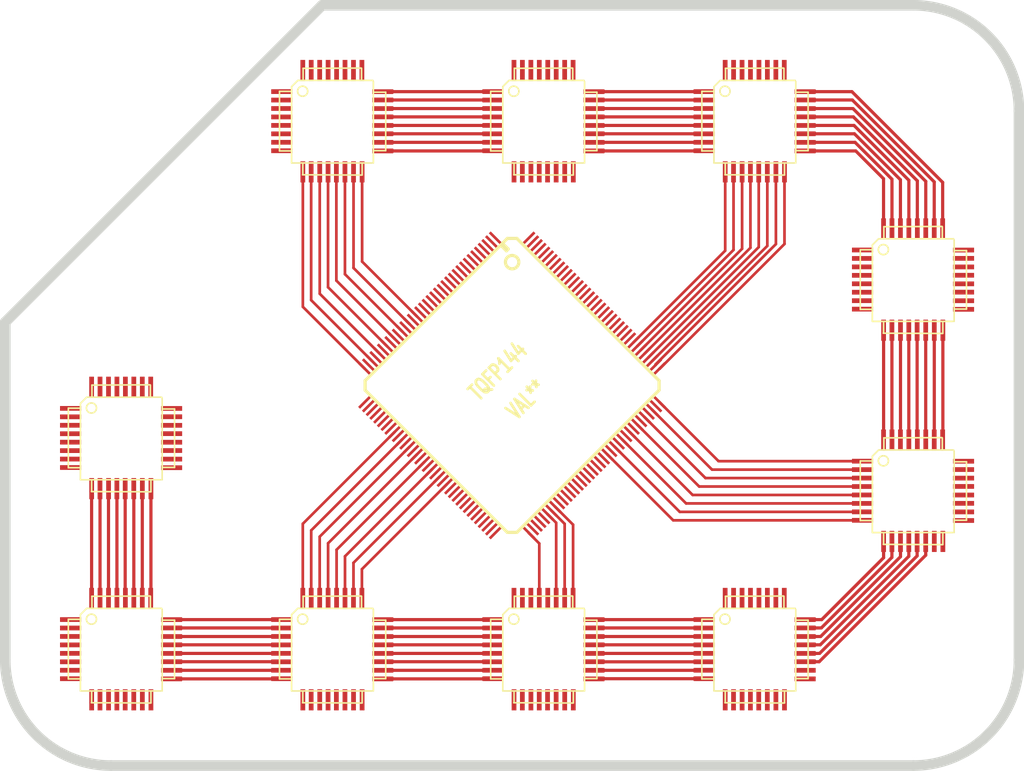
<source format=kicad_pcb>
(kicad_pcb (version 3) (host pcbnew "(2014-jan-25)-product")

  (general
    (links 212)
    (no_connects 99)
    (area 83.499999 53.499999 180.500001 126.500001)
    (thickness 1.6)
    (drawings 8)
    (tracks 229)
    (zones 0)
    (modules 11)
    (nets 17)
  )

  (page A4)
  (layers
    (15 F.Cu signal)
    (14 Inner14.Cu signal)
    (13 Inner13.Cu signal)
    (12 Inner12.Cu signal)
    (11 Inner11.Cu signal)
    (10 Inner10.Cu signal)
    (9 Inner9.Cu signal)
    (8 Inner8.Cu signal)
    (7 Inner7.Cu signal)
    (6 Inner6.Cu signal)
    (5 Inner5.Cu signal)
    (4 Inner4.Cu signal)
    (3 Inner3.Cu signal)
    (2 Inner2.Cu signal)
    (1 Inner1.Cu signal)
    (0 B.Cu signal)
    (16 B.Adhes user)
    (17 F.Adhes user)
    (18 B.Paste user)
    (19 F.Paste user)
    (20 B.SilkS user)
    (21 F.SilkS user)
    (22 B.Mask user)
    (23 F.Mask user)
    (24 Dwgs.User user)
    (25 Cmts.User user)
    (26 Eco1.User user)
    (27 Eco2.User user)
    (28 Edge.Cuts user)
  )

  (setup
    (last_trace_width 0.254)
    (trace_clearance 0.1)
    (zone_clearance 0.508)
    (zone_45_only no)
    (trace_min 0.254)
    (segment_width 0.2)
    (edge_width 0.2)
    (via_size 0.889)
    (via_drill 0.635)
    (via_min_size 0.889)
    (via_min_drill 0.508)
    (uvia_size 0.508)
    (uvia_drill 0.127)
    (uvias_allowed no)
    (uvia_min_size 0.508)
    (uvia_min_drill 0.127)
    (pcb_text_width 0.3)
    (pcb_text_size 1 1)
    (mod_edge_width 0.15)
    (mod_text_size 1 1)
    (mod_text_width 0.15)
    (pad_size 0.254 1.524)
    (pad_drill 0)
    (pad_to_mask_clearance 0)
    (aux_axis_origin 0 0)
    (visible_elements FFFFFF7F)
    (pcbplotparams
      (layerselection 3178497)
      (usegerberextensions false)
      (excludeedgelayer true)
      (linewidth 0.100000)
      (plotframeref false)
      (viasonmask false)
      (mode 1)
      (useauxorigin false)
      (hpglpennumber 1)
      (hpglpenspeed 20)
      (hpglpendiameter 15)
      (hpglpenoverlay 2)
      (psnegative false)
      (psa4output false)
      (plotreference true)
      (plotvalue true)
      (plotinvisibletext false)
      (padsonsilk false)
      (subtractmaskfromsilk false)
      (outputformat 5)
      (mirror false)
      (drillshape 0)
      (scaleselection 1)
      (outputdirectory ""))
  )

  (net 0 "")
  (net 1 /1)
  (net 2 /11)
  (net 3 /10)
  (net 4 /9)
  (net 5 /16)
  (net 6 /15)
  (net 7 /14)
  (net 8 /8)
  (net 9 /7)
  (net 10 /6)
  (net 11 /5)
  (net 12 /4)
  (net 13 /3)
  (net 14 /2)
  (net 15 /13)
  (net 16 /12)

  (net_class Default "This is the default net class."
    (clearance 0.1)
    (trace_width 0.254)
    (via_dia 0.889)
    (via_drill 0.635)
    (uvia_dia 0.508)
    (uvia_drill 0.127)
    (add_net /1)
    (add_net /10)
    (add_net /11)
    (add_net /12)
    (add_net /13)
    (add_net /14)
    (add_net /15)
    (add_net /16)
    (add_net /2)
    (add_net /29)
    (add_net /3)
    (add_net /35)
    (add_net /4)
    (add_net /41)
    (add_net /5)
    (add_net /56)
    (add_net /6)
    (add_net /7)
    (add_net /8)
    (add_net /9)
  )

  (module SMD_Packages:TQFP144 (layer F.Cu) (tedit 53BD6F2C) (tstamp 53BD517B)
    (at 132 90 45)
    (attr smd)
    (fp_text reference TQFP144 (at 0 -1.905 45) (layer F.SilkS)
      (effects (font (size 1.524 1.016) (thickness 0.3048)))
    )
    (fp_text value VAL** (at 0 1.905 45) (layer F.SilkS)
      (effects (font (size 1.524 1.016) (thickness 0.3048)))
    )
    (fp_circle (center 8.255 -8.255) (end 8.255 -8.89) (layer F.SilkS) (width 0.3048))
    (fp_line (start 8.636 -9.398) (end 8.8646 -9.398) (layer F.SilkS) (width 0.3048))
    (fp_line (start 8.8646 -9.398) (end 8.8646 -10.16) (layer F.SilkS) (width 0.3048))
    (fp_line (start 8.636 -10.16) (end 8.636 -9.398) (layer F.SilkS) (width 0.3048))
    (fp_line (start -9.525 -10.16) (end -10.16 -9.525) (layer F.SilkS) (width 0.3048))
    (fp_line (start -10.16 -9.525) (end -10.16 9.525) (layer F.SilkS) (width 0.3048))
    (fp_line (start -10.16 9.525) (end -9.525 10.16) (layer F.SilkS) (width 0.3048))
    (fp_line (start -9.525 10.16) (end 9.525 10.16) (layer F.SilkS) (width 0.3048))
    (fp_line (start 9.525 10.16) (end 10.16 9.525) (layer F.SilkS) (width 0.3048))
    (fp_line (start 10.16 9.525) (end 10.16 -9.525) (layer F.SilkS) (width 0.3048))
    (fp_line (start 10.16 -9.525) (end 9.525 -10.16) (layer F.SilkS) (width 0.3048))
    (fp_line (start 9.525 -10.16) (end -9.525 -10.16) (layer F.SilkS) (width 0.3048))
    (pad 1 smd rect (at 8.7503 -10.9855 45) (size 0.254 1.524) (layers F.Cu F.Paste F.Mask))
    (pad 2 smd rect (at 8.2423 -10.9855 45) (size 0.254 1.524) (layers F.Cu F.Paste F.Mask))
    (pad 3 smd rect (at 7.747 -10.9855 45) (size 0.254 1.524) (layers F.Cu F.Paste F.Mask))
    (pad 4 smd rect (at 7.2517 -10.9855 45) (size 0.254 1.524) (layers F.Cu F.Paste F.Mask))
    (pad 5 smd rect (at 6.7437 -10.9855 45) (size 0.254 1.524) (layers F.Cu F.Paste F.Mask))
    (pad 6 smd rect (at 6.2484 -10.9855 45) (size 0.254 1.524) (layers F.Cu F.Paste F.Mask))
    (pad 7 smd rect (at 5.7531 -10.9855 45) (size 0.254 1.524) (layers F.Cu F.Paste F.Mask))
    (pad 8 smd rect (at 5.2451 -10.9855 45) (size 0.254 1.524) (layers F.Cu F.Paste F.Mask))
    (pad 9 smd rect (at 4.7498 -10.9855 45) (size 0.254 1.524) (layers F.Cu F.Paste F.Mask))
    (pad 10 smd rect (at 4.2545 -10.9855 45) (size 0.254 1.524) (layers F.Cu F.Paste F.Mask))
    (pad 11 smd rect (at 3.7465 -10.9855 45) (size 0.254 1.524) (layers F.Cu F.Paste F.Mask))
    (pad 12 smd rect (at 3.2512 -10.9855 45) (size 0.254 1.524) (layers F.Cu F.Paste F.Mask))
    (pad 13 smd rect (at 2.7559 -10.9855 45) (size 0.254 1.524) (layers F.Cu F.Paste F.Mask))
    (pad 14 smd rect (at 2.2479 -10.9855 45) (size 0.254 1.524) (layers F.Cu F.Paste F.Mask))
    (pad 15 smd rect (at 1.7526 -10.9855 45) (size 0.254 1.524) (layers F.Cu F.Paste F.Mask))
    (pad 16 smd rect (at 1.2573 -10.9855 45) (size 0.254 1.524) (layers F.Cu F.Paste F.Mask))
    (pad 17 smd rect (at 0.7493 -10.9855 45) (size 0.254 1.524) (layers F.Cu F.Paste F.Mask))
    (pad 18 smd rect (at 0.254 -10.9855 45) (size 0.254 1.524) (layers F.Cu F.Paste F.Mask))
    (pad 19 smd rect (at -0.254 -10.9855 45) (size 0.254 1.524) (layers F.Cu F.Paste F.Mask))
    (pad 20 smd rect (at -0.7493 -10.9855 45) (size 0.254 1.524) (layers F.Cu F.Paste F.Mask))
    (pad 21 smd rect (at -1.2573 -10.9855 45) (size 0.254 1.524) (layers F.Cu F.Paste F.Mask))
    (pad 22 smd rect (at -1.7526 -10.9855 45) (size 0.254 1.524) (layers F.Cu F.Paste F.Mask)
      (net 8 /8))
    (pad 23 smd rect (at -2.2479 -10.9855 45) (size 0.254 1.524) (layers F.Cu F.Paste F.Mask))
    (pad 24 smd rect (at -2.7559 -10.9855 45) (size 0.254 1.524) (layers F.Cu F.Paste F.Mask)
      (net 9 /7))
    (pad 25 smd rect (at -3.2512 -10.9855 45) (size 0.254 1.524) (layers F.Cu F.Paste F.Mask))
    (pad 26 smd rect (at -3.7465 -10.9855 45) (size 0.254 1.524) (layers F.Cu F.Paste F.Mask)
      (net 10 /6))
    (pad 27 smd rect (at -4.2545 -10.9855 45) (size 0.254 1.524) (layers F.Cu F.Paste F.Mask))
    (pad 28 smd rect (at -4.7498 -10.9855 45) (size 0.254 1.524) (layers F.Cu F.Paste F.Mask)
      (net 11 /5))
    (pad 29 smd rect (at -5.2451 -10.9855 45) (size 0.254 1.524) (layers F.Cu F.Paste F.Mask)
      (net 8 /8))
    (pad 30 smd rect (at -5.7531 -10.985501 45) (size 0.254 1.524) (layers F.Cu F.Paste F.Mask)
      (net 12 /4))
    (pad 31 smd rect (at -6.2484 -10.985501 45) (size 0.254 1.524) (layers F.Cu F.Paste F.Mask)
      (net 10 /6))
    (pad 32 smd rect (at -6.7437 -10.985501 45) (size 0.254 1.524) (layers F.Cu F.Paste F.Mask)
      (net 13 /3))
    (pad 33 smd rect (at -7.2517 -10.9855 45) (size 0.254 1.524) (layers F.Cu F.Paste F.Mask)
      (net 12 /4))
    (pad 34 smd rect (at -7.747 -10.9855 45) (size 0.254 1.524) (layers F.Cu F.Paste F.Mask)
      (net 14 /2))
    (pad 35 smd rect (at -8.2423 -10.9855 45) (size 0.254 1.524) (layers F.Cu F.Paste F.Mask)
      (net 14 /2))
    (pad 36 smd rect (at -8.7503 -10.9855 45) (size 0.254 1.524) (layers F.Cu F.Paste F.Mask)
      (net 1 /1))
    (pad 66 smd rect (at -10.9855 5.7531 45) (size 1.524 0.254) (layers F.Cu F.Paste F.Mask))
    (pad 67 smd rect (at -10.9855 6.2484 45) (size 1.524 0.254) (layers F.Cu F.Paste F.Mask))
    (pad 68 smd rect (at -10.9855 6.7437 45) (size 1.524 0.254) (layers F.Cu F.Paste F.Mask))
    (pad 69 smd rect (at -10.9855 7.2517 45) (size 1.524 0.254) (layers F.Cu F.Paste F.Mask))
    (pad 70 smd rect (at -10.9855 7.747 45) (size 1.524 0.254) (layers F.Cu F.Paste F.Mask))
    (pad 71 smd rect (at -10.9855 8.2423 45) (size 1.524 0.254) (layers F.Cu F.Paste F.Mask))
    (pad 72 smd rect (at -10.9855 8.7503 45) (size 1.524 0.254) (layers F.Cu F.Paste F.Mask))
    (pad 114 smd rect (at 10.985501 6.2484 45) (size 1.524 0.254) (layers F.Cu F.Paste F.Mask)
      (net 13 /3))
    (pad 115 smd rect (at 10.985501 5.7531 45) (size 1.524 0.254) (layers F.Cu F.Paste F.Mask)
      (net 14 /2))
    (pad 116 smd rect (at 10.9855 5.2451 45) (size 1.524 0.254) (layers F.Cu F.Paste F.Mask)
      (net 1 /1))
    (pad 117 smd rect (at 10.9855 4.7498 45) (size 1.524 0.254) (layers F.Cu F.Paste F.Mask))
    (pad 118 smd rect (at 10.9855 4.2545 45) (size 1.524 0.254) (layers F.Cu F.Paste F.Mask))
    (pad 119 smd rect (at 10.9855 3.7465 45) (size 1.524 0.254) (layers F.Cu F.Paste F.Mask))
    (pad 120 smd rect (at 10.9855 3.2512 45) (size 1.524 0.254) (layers F.Cu F.Paste F.Mask))
    (pad 121 smd rect (at 10.9855 2.7559 45) (size 1.524 0.254) (layers F.Cu F.Paste F.Mask))
    (pad 122 smd rect (at 10.9855 2.2479 45) (size 1.524 0.254) (layers F.Cu F.Paste F.Mask))
    (pad 123 smd rect (at 10.9855 1.7526 45) (size 1.524 0.254) (layers F.Cu F.Paste F.Mask))
    (pad 124 smd rect (at 10.9855 1.2573 45) (size 1.524 0.254) (layers F.Cu F.Paste F.Mask))
    (pad 125 smd rect (at 10.9855 0.7493 45) (size 1.524 0.254) (layers F.Cu F.Paste F.Mask))
    (pad 126 smd rect (at 10.9855 0.254 45) (size 1.524 0.254) (layers F.Cu F.Paste F.Mask))
    (pad 127 smd rect (at 10.9855 -0.254 45) (size 1.524 0.254) (layers F.Cu F.Paste F.Mask))
    (pad 128 smd rect (at 10.9855 -0.7493 45) (size 1.524 0.254) (layers F.Cu F.Paste F.Mask))
    (pad 129 smd rect (at 10.9855 -1.2573 45) (size 1.524 0.254) (layers F.Cu F.Paste F.Mask))
    (pad 130 smd rect (at 10.9855 -1.7526 45) (size 1.524 0.254) (layers F.Cu F.Paste F.Mask))
    (pad 131 smd rect (at 10.9855 -2.2479 45) (size 1.524 0.254) (layers F.Cu F.Paste F.Mask))
    (pad 132 smd rect (at 10.9855 -2.7559 45) (size 1.524 0.254) (layers F.Cu F.Paste F.Mask))
    (pad 133 smd rect (at 10.9855 -3.2512 45) (size 1.524 0.254) (layers F.Cu F.Paste F.Mask))
    (pad 134 smd rect (at 10.9855 -3.7465 45) (size 1.524 0.254) (layers F.Cu F.Paste F.Mask))
    (pad 135 smd rect (at 10.9855 -4.2545 45) (size 1.524 0.254) (layers F.Cu F.Paste F.Mask))
    (pad 136 smd rect (at 10.9855 -4.7498 45) (size 1.524 0.254) (layers F.Cu F.Paste F.Mask))
    (pad 137 smd rect (at 10.9855 -5.2451 45) (size 1.524 0.254) (layers F.Cu F.Paste F.Mask))
    (pad 138 smd rect (at 10.9855 -5.7531 45) (size 1.524 0.254) (layers F.Cu F.Paste F.Mask))
    (pad 139 smd rect (at 10.9855 -6.2484 45) (size 1.524 0.254) (layers F.Cu F.Paste F.Mask))
    (pad 140 smd rect (at 10.9855 -6.7437 45) (size 1.524 0.254) (layers F.Cu F.Paste F.Mask))
    (pad 141 smd rect (at 10.9855 -7.2517 45) (size 1.524 0.254) (layers F.Cu F.Paste F.Mask))
    (pad 142 smd rect (at 10.9855 -7.747 45) (size 1.524 0.254) (layers F.Cu F.Paste F.Mask))
    (pad 143 smd rect (at 10.9855 -8.2423 45) (size 1.524 0.254) (layers F.Cu F.Paste F.Mask))
    (pad 144 smd rect (at 10.9855 -8.7503 45) (size 1.524 0.254) (layers F.Cu F.Paste F.Mask))
    (pad 37 smd rect (at -10.9855 -8.7503 45) (size 1.524 0.254) (layers F.Cu F.Paste F.Mask))
    (pad 38 smd rect (at -10.9855 -8.2423 45) (size 1.524 0.254) (layers F.Cu F.Paste F.Mask))
    (pad 39 smd rect (at -10.9855 -7.747 45) (size 1.524 0.254) (layers F.Cu F.Paste F.Mask))
    (pad 40 smd rect (at -10.9855 -7.2517 45) (size 1.524 0.254) (layers F.Cu F.Paste F.Mask))
    (pad 41 smd rect (at -10.9855 -6.7437 45) (size 1.524 0.254) (layers F.Cu F.Paste F.Mask))
    (pad 42 smd rect (at -10.9855 -6.2484 45) (size 1.524 0.254) (layers F.Cu F.Paste F.Mask))
    (pad 43 smd rect (at -10.9855 -5.7531 45) (size 1.524 0.254) (layers F.Cu F.Paste F.Mask))
    (pad 44 smd rect (at -10.9855 -5.2451 45) (size 1.524 0.254) (layers F.Cu F.Paste F.Mask))
    (pad 45 smd rect (at -10.9855 -4.7498 45) (size 1.524 0.254) (layers F.Cu F.Paste F.Mask)
      (net 8 /8))
    (pad 46 smd rect (at -10.9855 -4.2545 45) (size 1.524 0.254) (layers F.Cu F.Paste F.Mask))
    (pad 47 smd rect (at -10.9855 -3.7465 45) (size 1.524 0.254) (layers F.Cu F.Paste F.Mask)
      (net 9 /7))
    (pad 48 smd rect (at -10.9855 -3.2512 45) (size 1.524 0.254) (layers F.Cu F.Paste F.Mask))
    (pad 49 smd rect (at -10.9855 -2.7559 45) (size 1.524 0.254) (layers F.Cu F.Paste F.Mask)
      (net 10 /6))
    (pad 50 smd rect (at -10.9855 -2.2479 45) (size 1.524 0.254) (layers F.Cu F.Paste F.Mask))
    (pad 51 smd rect (at -10.9855 -1.7526 45) (size 1.524 0.254) (layers F.Cu F.Paste F.Mask)
      (net 11 /5))
    (pad 52 smd rect (at -10.9855 -1.2573 45) (size 1.524 0.254) (layers F.Cu F.Paste F.Mask))
    (pad 53 smd rect (at -10.9855 -0.749301 45) (size 1.524 0.254) (layers F.Cu F.Paste F.Mask)
      (net 12 /4))
    (pad 54 smd rect (at -10.9855 -0.254 45) (size 1.524 0.254) (layers F.Cu F.Paste F.Mask))
    (pad 55 smd rect (at -10.9855 0.254001 45) (size 1.524 0.254) (layers F.Cu F.Paste F.Mask)
      (net 13 /3))
    (pad 56 smd rect (at -10.9855 0.7493 45) (size 1.524 0.254) (layers F.Cu F.Paste F.Mask))
    (pad 57 smd rect (at -10.9855 1.2573 45) (size 1.524 0.254) (layers F.Cu F.Paste F.Mask)
      (net 14 /2))
    (pad 58 smd rect (at -10.9855 1.7526 45) (size 1.524 0.254) (layers F.Cu F.Paste F.Mask))
    (pad 59 smd rect (at -10.9855 2.2479 45) (size 1.524 0.254) (layers F.Cu F.Paste F.Mask)
      (net 1 /1))
    (pad 60 smd rect (at -10.9855 2.7559 45) (size 1.524 0.254) (layers F.Cu F.Paste F.Mask))
    (pad 61 smd rect (at -10.9855 3.2512 45) (size 1.524 0.254) (layers F.Cu F.Paste F.Mask))
    (pad 62 smd rect (at -10.9855 3.7465 45) (size 1.524 0.254) (layers F.Cu F.Paste F.Mask))
    (pad 63 smd rect (at -10.9855 4.2545 45) (size 1.524 0.254) (layers F.Cu F.Paste F.Mask))
    (pad 64 smd rect (at -10.9855 4.7498 45) (size 1.524 0.254) (layers F.Cu F.Paste F.Mask))
    (pad 65 smd rect (at -10.9855 5.2451 45) (size 1.524 0.254) (layers F.Cu F.Paste F.Mask))
    (pad 78 smd rect (at -6.2484 10.985501 45) (size 0.254 1.524) (layers F.Cu F.Paste F.Mask)
      (net 10 /6))
    (pad 79 smd rect (at -5.7531 10.985501 45) (size 0.254 1.524) (layers F.Cu F.Paste F.Mask)
      (net 9 /7))
    (pad 80 smd rect (at -5.2451 10.9855 45) (size 0.254 1.524) (layers F.Cu F.Paste F.Mask)
      (net 8 /8))
    (pad 81 smd rect (at -4.7498 10.9855 45) (size 0.254 1.524) (layers F.Cu F.Paste F.Mask))
    (pad 82 smd rect (at -4.2545 10.9855 45) (size 0.254 1.524) (layers F.Cu F.Paste F.Mask))
    (pad 83 smd rect (at -3.7465 10.9855 45) (size 0.254 1.524) (layers F.Cu F.Paste F.Mask))
    (pad 84 smd rect (at -3.2512 10.9855 45) (size 0.254 1.524) (layers F.Cu F.Paste F.Mask))
    (pad 85 smd rect (at -2.7559 10.9855 45) (size 0.254 1.524) (layers F.Cu F.Paste F.Mask))
    (pad 86 smd rect (at -2.2479 10.9855 45) (size 0.254 1.524) (layers F.Cu F.Paste F.Mask))
    (pad 87 smd rect (at -1.7526 10.9855 45) (size 0.254 1.524) (layers F.Cu F.Paste F.Mask))
    (pad 88 smd rect (at -1.2573 10.9855 45) (size 0.254 1.524) (layers F.Cu F.Paste F.Mask))
    (pad 89 smd rect (at -0.7493 10.9855 45) (size 0.254 1.524) (layers F.Cu F.Paste F.Mask))
    (pad 90 smd rect (at -0.254 10.9855 45) (size 0.254 1.524) (layers F.Cu F.Paste F.Mask))
    (pad 91 smd rect (at 0.254 10.9855 45) (size 0.254 1.524) (layers F.Cu F.Paste F.Mask))
    (pad 92 smd rect (at 0.7493 10.9855 45) (size 0.254 1.524) (layers F.Cu F.Paste F.Mask))
    (pad 93 smd rect (at 1.2573 10.9855 45) (size 0.254 1.524) (layers F.Cu F.Paste F.Mask))
    (pad 94 smd rect (at 1.7526 10.9855 45) (size 0.254 1.524) (layers F.Cu F.Paste F.Mask)
      (net 8 /8))
    (pad 95 smd rect (at 2.2479 10.9855 45) (size 0.254 1.524) (layers F.Cu F.Paste F.Mask))
    (pad 96 smd rect (at 2.7559 10.9855 45) (size 0.254 1.524) (layers F.Cu F.Paste F.Mask)
      (net 9 /7))
    (pad 97 smd rect (at 3.2512 10.9855 45) (size 0.254 1.524) (layers F.Cu F.Paste F.Mask))
    (pad 98 smd rect (at 3.7465 10.9855 45) (size 0.254 1.524) (layers F.Cu F.Paste F.Mask)
      (net 10 /6))
    (pad 99 smd rect (at 4.2545 10.9855 45) (size 0.254 1.524) (layers F.Cu F.Paste F.Mask))
    (pad 100 smd rect (at 4.7498 10.9855 45) (size 0.254 1.524) (layers F.Cu F.Paste F.Mask)
      (net 11 /5))
    (pad 101 smd rect (at 5.2451 10.9855 45) (size 0.254 1.524) (layers F.Cu F.Paste F.Mask))
    (pad 102 smd rect (at 5.7531 10.985501 45) (size 0.254 1.524) (layers F.Cu F.Paste F.Mask)
      (net 12 /4))
    (pad 103 smd rect (at 6.2484 10.9855 45) (size 0.254 1.524) (layers F.Cu F.Paste F.Mask))
    (pad 104 smd rect (at 6.7437 10.985501 45) (size 0.254 1.524) (layers F.Cu F.Paste F.Mask)
      (net 13 /3))
    (pad 105 smd rect (at 7.2517 10.9855 45) (size 0.254 1.524) (layers F.Cu F.Paste F.Mask))
    (pad 106 smd rect (at 7.747 10.9855 45) (size 0.254 1.524) (layers F.Cu F.Paste F.Mask)
      (net 14 /2))
    (pad 107 smd rect (at 8.2423 10.9855 45) (size 0.254 1.524) (layers F.Cu F.Paste F.Mask))
    (pad 108 smd rect (at 8.7503 10.9855 45) (size 0.254 1.524) (layers F.Cu F.Paste F.Mask)
      (net 1 /1))
    (pad 73 smd rect (at -8.7503 10.9855 45) (size 0.254 1.524) (layers F.Cu F.Paste F.Mask)
      (net 1 /1))
    (pad 74 smd rect (at -8.2423 10.9855 45) (size 0.254 1.524) (layers F.Cu F.Paste F.Mask)
      (net 14 /2))
    (pad 75 smd rect (at -7.747 10.9855 45) (size 0.254 1.524) (layers F.Cu F.Paste F.Mask)
      (net 13 /3))
    (pad 76 smd rect (at -7.2517 10.9855 45) (size 0.254 1.524) (layers F.Cu F.Paste F.Mask)
      (net 12 /4))
    (pad 77 smd rect (at -6.7437 10.985501 45) (size 0.254 1.524) (layers F.Cu F.Paste F.Mask)
      (net 11 /5))
    (pad 109 smd rect (at 10.9855 8.7503 45) (size 1.524 0.254) (layers F.Cu F.Paste F.Mask)
      (net 8 /8))
    (pad 110 smd rect (at 10.9855 8.2423 45) (size 1.524 0.254) (layers F.Cu F.Paste F.Mask)
      (net 9 /7))
    (pad 111 smd rect (at 10.9855 7.747 45) (size 1.524 0.254) (layers F.Cu F.Paste F.Mask)
      (net 10 /6))
    (pad 112 smd rect (at 10.9855 7.2517 45) (size 1.524 0.254) (layers F.Cu F.Paste F.Mask)
      (net 11 /5))
    (pad 113 smd rect (at 10.985501 6.7437 45) (size 1.524 0.254) (layers F.Cu F.Paste F.Mask)
      (net 12 /4))
    (model smd/tqfp144.wrl
      (at (xyz 0 0 0))
      (scale (xyz 0.394 0.394 0.4))
      (rotate (xyz 0 0 0))
    )
  )

  (module SMD_Packages:TQFP32 (layer F.Cu) (tedit 53BD5D5E) (tstamp 53BD5727)
    (at 115 65)
    (fp_text reference TQFP32 (at 0 -1.27) (layer F.SilkS) hide
      (effects (font (size 1.27 1.016) (thickness 0.2032)))
    )
    (fp_text value VAL** (at 0 1.905) (layer F.SilkS) hide
      (effects (font (size 1.27 1.016) (thickness 0.2032)))
    )
    (fp_line (start 5.0292 2.7686) (end 3.8862 2.7686) (layer F.SilkS) (width 0.1524))
    (fp_line (start 5.0292 -2.7686) (end 3.9116 -2.7686) (layer F.SilkS) (width 0.1524))
    (fp_line (start 5.0292 2.7686) (end 5.0292 -2.7686) (layer F.SilkS) (width 0.1524))
    (fp_line (start 2.794 3.9624) (end 2.794 5.0546) (layer F.SilkS) (width 0.1524))
    (fp_line (start -2.8194 3.9878) (end -2.8194 5.0546) (layer F.SilkS) (width 0.1524))
    (fp_line (start -2.8448 5.0546) (end 2.794 5.08) (layer F.SilkS) (width 0.1524))
    (fp_line (start -2.794 -5.0292) (end 2.7178 -5.0546) (layer F.SilkS) (width 0.1524))
    (fp_line (start -3.8862 -3.2766) (end -3.8862 3.9116) (layer F.SilkS) (width 0.1524))
    (fp_line (start 2.7432 -5.0292) (end 2.7432 -3.9878) (layer F.SilkS) (width 0.1524))
    (fp_line (start -3.2512 -3.8862) (end 3.81 -3.8862) (layer F.SilkS) (width 0.1524))
    (fp_line (start 3.8608 3.937) (end 3.8608 -3.7846) (layer F.SilkS) (width 0.1524))
    (fp_line (start -3.8862 3.937) (end 3.7338 3.937) (layer F.SilkS) (width 0.1524))
    (fp_line (start -5.0292 -2.8448) (end -5.0292 2.794) (layer F.SilkS) (width 0.1524))
    (fp_line (start -5.0292 2.794) (end -3.8862 2.794) (layer F.SilkS) (width 0.1524))
    (fp_line (start -3.87604 -3.302) (end -3.29184 -3.8862) (layer F.SilkS) (width 0.1524))
    (fp_line (start -5.02412 -2.8448) (end -3.87604 -2.8448) (layer F.SilkS) (width 0.1524))
    (fp_line (start -2.794 -3.8862) (end -2.794 -5.03428) (layer F.SilkS) (width 0.1524))
    (fp_circle (center -2.83972 -2.86004) (end -2.43332 -2.60604) (layer F.SilkS) (width 0.1524))
    (pad 8 smd rect (at -4.81584 2.77622) (size 1.99898 0.44958) (layers F.Cu F.Paste F.Mask))
    (pad 7 smd rect (at -4.81584 1.97612) (size 1.99898 0.44958) (layers F.Cu F.Paste F.Mask))
    (pad 6 smd rect (at -4.81584 1.17602) (size 1.99898 0.44958) (layers F.Cu F.Paste F.Mask))
    (pad 5 smd rect (at -4.81584 0.37592) (size 1.99898 0.44958) (layers F.Cu F.Paste F.Mask))
    (pad 4 smd rect (at -4.81584 -0.42418) (size 1.99898 0.44958) (layers F.Cu F.Paste F.Mask))
    (pad 3 smd rect (at -4.81584 -1.22428) (size 1.99898 0.44958) (layers F.Cu F.Paste F.Mask))
    (pad 2 smd rect (at -4.81584 -2.02438) (size 1.99898 0.44958) (layers F.Cu F.Paste F.Mask))
    (pad 1 smd rect (at -4.81584 -2.82448) (size 1.99898 0.44958) (layers F.Cu F.Paste F.Mask))
    (pad 24 smd rect (at 4.7498 -2.8194) (size 1.99898 0.44958) (layers F.Cu F.Paste F.Mask)
      (net 5 /16))
    (pad 17 smd rect (at 4.7498 2.794) (size 1.99898 0.44958) (layers F.Cu F.Paste F.Mask)
      (net 4 /9))
    (pad 18 smd rect (at 4.7498 1.9812) (size 1.99898 0.44958) (layers F.Cu F.Paste F.Mask)
      (net 3 /10))
    (pad 19 smd rect (at 4.7498 1.1684) (size 1.99898 0.44958) (layers F.Cu F.Paste F.Mask)
      (net 2 /11))
    (pad 20 smd rect (at 4.7498 0.381) (size 1.99898 0.44958) (layers F.Cu F.Paste F.Mask)
      (net 16 /12))
    (pad 21 smd rect (at 4.7498 -0.4318) (size 1.99898 0.44958) (layers F.Cu F.Paste F.Mask)
      (net 15 /13))
    (pad 22 smd rect (at 4.7498 -1.2192) (size 1.99898 0.44958) (layers F.Cu F.Paste F.Mask)
      (net 7 /14))
    (pad 23 smd rect (at 4.7498 -2.032) (size 1.99898 0.44958) (layers F.Cu F.Paste F.Mask)
      (net 6 /15))
    (pad 32 smd rect (at -2.82448 -4.826) (size 0.44958 1.99898) (layers F.Cu F.Paste F.Mask))
    (pad 31 smd rect (at -2.02692 -4.826) (size 0.44958 1.99898) (layers F.Cu F.Paste F.Mask))
    (pad 30 smd rect (at -1.22428 -4.826) (size 0.44958 1.99898) (layers F.Cu F.Paste F.Mask))
    (pad 29 smd rect (at -0.42672 -4.826) (size 0.44958 1.99898) (layers F.Cu F.Paste F.Mask))
    (pad 28 smd rect (at 0.37592 -4.826) (size 0.44958 1.99898) (layers F.Cu F.Paste F.Mask))
    (pad 27 smd rect (at 1.17348 -4.826) (size 0.44958 1.99898) (layers F.Cu F.Paste F.Mask))
    (pad 26 smd rect (at 1.97612 -4.826) (size 0.44958 1.99898) (layers F.Cu F.Paste F.Mask))
    (pad 25 smd rect (at 2.77368 -4.826) (size 0.44958 1.99898) (layers F.Cu F.Paste F.Mask))
    (pad 9 smd rect (at -2.8194 4.7752) (size 0.44958 1.99898) (layers F.Cu F.Paste F.Mask)
      (net 1 /1))
    (pad 10 smd rect (at -2.032 4.7752) (size 0.44958 1.99898) (layers F.Cu F.Paste F.Mask)
      (net 14 /2))
    (pad 11 smd rect (at -1.2192 4.7752) (size 0.44958 1.99898) (layers F.Cu F.Paste F.Mask)
      (net 13 /3))
    (pad 12 smd rect (at -0.4318 4.7752) (size 0.44958 1.99898) (layers F.Cu F.Paste F.Mask)
      (net 12 /4))
    (pad 13 smd rect (at 0.3556 4.7752) (size 0.44958 1.99898) (layers F.Cu F.Paste F.Mask)
      (net 11 /5))
    (pad 14 smd rect (at 1.1684 4.7752) (size 0.44958 1.99898) (layers F.Cu F.Paste F.Mask)
      (net 10 /6))
    (pad 15 smd rect (at 1.9812 4.7752) (size 0.44958 1.99898) (layers F.Cu F.Paste F.Mask)
      (net 9 /7))
    (pad 16 smd rect (at 2.794 4.7752) (size 0.44958 1.99898) (layers F.Cu F.Paste F.Mask)
      (net 8 /8))
    (model smd/tqfp32.wrl
      (at (xyz 0 0 0))
      (scale (xyz 1 1 1))
      (rotate (xyz 0 0 0))
    )
  )

  (module SMD_Packages:TQFP32 (layer F.Cu) (tedit 53BD6E89) (tstamp 53BD57AD)
    (at 170 100)
    (fp_text reference TQFP32 (at 0 -1.27) (layer F.SilkS) hide
      (effects (font (size 1.27 1.016) (thickness 0.2032)))
    )
    (fp_text value VAL** (at 0 1.905) (layer F.SilkS) hide
      (effects (font (size 1.27 1.016) (thickness 0.2032)))
    )
    (fp_line (start 5.0292 2.7686) (end 3.8862 2.7686) (layer F.SilkS) (width 0.1524))
    (fp_line (start 5.0292 -2.7686) (end 3.9116 -2.7686) (layer F.SilkS) (width 0.1524))
    (fp_line (start 5.0292 2.7686) (end 5.0292 -2.7686) (layer F.SilkS) (width 0.1524))
    (fp_line (start 2.794 3.9624) (end 2.794 5.0546) (layer F.SilkS) (width 0.1524))
    (fp_line (start -2.8194 3.9878) (end -2.8194 5.0546) (layer F.SilkS) (width 0.1524))
    (fp_line (start -2.8448 5.0546) (end 2.794 5.08) (layer F.SilkS) (width 0.1524))
    (fp_line (start -2.794 -5.0292) (end 2.7178 -5.0546) (layer F.SilkS) (width 0.1524))
    (fp_line (start -3.8862 -3.2766) (end -3.8862 3.9116) (layer F.SilkS) (width 0.1524))
    (fp_line (start 2.7432 -5.0292) (end 2.7432 -3.9878) (layer F.SilkS) (width 0.1524))
    (fp_line (start -3.2512 -3.8862) (end 3.81 -3.8862) (layer F.SilkS) (width 0.1524))
    (fp_line (start 3.8608 3.937) (end 3.8608 -3.7846) (layer F.SilkS) (width 0.1524))
    (fp_line (start -3.8862 3.937) (end 3.7338 3.937) (layer F.SilkS) (width 0.1524))
    (fp_line (start -5.0292 -2.8448) (end -5.0292 2.794) (layer F.SilkS) (width 0.1524))
    (fp_line (start -5.0292 2.794) (end -3.8862 2.794) (layer F.SilkS) (width 0.1524))
    (fp_line (start -3.87604 -3.302) (end -3.29184 -3.8862) (layer F.SilkS) (width 0.1524))
    (fp_line (start -5.02412 -2.8448) (end -3.87604 -2.8448) (layer F.SilkS) (width 0.1524))
    (fp_line (start -2.794 -3.8862) (end -2.794 -5.03428) (layer F.SilkS) (width 0.1524))
    (fp_circle (center -2.83972 -2.86004) (end -2.43332 -2.60604) (layer F.SilkS) (width 0.1524))
    (pad 8 smd rect (at -4.81584 2.77622) (size 1.99898 0.44958) (layers F.Cu F.Paste F.Mask)
      (net 8 /8))
    (pad 7 smd rect (at -4.81584 1.97612) (size 1.99898 0.44958) (layers F.Cu F.Paste F.Mask)
      (net 9 /7))
    (pad 6 smd rect (at -4.81584 1.17602) (size 1.99898 0.44958) (layers F.Cu F.Paste F.Mask)
      (net 10 /6))
    (pad 5 smd rect (at -4.81584 0.37592) (size 1.99898 0.44958) (layers F.Cu F.Paste F.Mask)
      (net 11 /5))
    (pad 4 smd rect (at -4.81584 -0.42418) (size 1.99898 0.44958) (layers F.Cu F.Paste F.Mask)
      (net 12 /4))
    (pad 3 smd rect (at -4.81584 -1.22428) (size 1.99898 0.44958) (layers F.Cu F.Paste F.Mask)
      (net 13 /3))
    (pad 2 smd rect (at -4.81584 -2.02438) (size 1.99898 0.44958) (layers F.Cu F.Paste F.Mask)
      (net 14 /2))
    (pad 1 smd rect (at -4.81584 -2.82448) (size 1.99898 0.44958) (layers F.Cu F.Paste F.Mask)
      (net 1 /1))
    (pad 24 smd rect (at 4.7498 -2.8194) (size 1.99898 0.44958) (layers F.Cu F.Paste F.Mask))
    (pad 17 smd rect (at 4.7498 2.794) (size 1.99898 0.44958) (layers F.Cu F.Paste F.Mask))
    (pad 18 smd rect (at 4.7498 1.9812) (size 1.99898 0.44958) (layers F.Cu F.Paste F.Mask))
    (pad 19 smd rect (at 4.7498 1.1684) (size 1.99898 0.44958) (layers F.Cu F.Paste F.Mask))
    (pad 20 smd rect (at 4.7498 0.381) (size 1.99898 0.44958) (layers F.Cu F.Paste F.Mask))
    (pad 21 smd rect (at 4.7498 -0.4318) (size 1.99898 0.44958) (layers F.Cu F.Paste F.Mask))
    (pad 22 smd rect (at 4.7498 -1.2192) (size 1.99898 0.44958) (layers F.Cu F.Paste F.Mask))
    (pad 23 smd rect (at 4.7498 -2.032) (size 1.99898 0.44958) (layers F.Cu F.Paste F.Mask))
    (pad 32 smd rect (at -2.82448 -4.826) (size 0.44958 1.99898) (layers F.Cu F.Paste F.Mask)
      (net 4 /9))
    (pad 31 smd rect (at -2.02692 -4.826) (size 0.44958 1.99898) (layers F.Cu F.Paste F.Mask)
      (net 3 /10))
    (pad 30 smd rect (at -1.22428 -4.826) (size 0.44958 1.99898) (layers F.Cu F.Paste F.Mask)
      (net 2 /11))
    (pad 29 smd rect (at -0.42672 -4.826) (size 0.44958 1.99898) (layers F.Cu F.Paste F.Mask)
      (net 16 /12))
    (pad 28 smd rect (at 0.37592 -4.826) (size 0.44958 1.99898) (layers F.Cu F.Paste F.Mask)
      (net 15 /13))
    (pad 27 smd rect (at 1.17348 -4.826) (size 0.44958 1.99898) (layers F.Cu F.Paste F.Mask)
      (net 7 /14))
    (pad 26 smd rect (at 1.97612 -4.826) (size 0.44958 1.99898) (layers F.Cu F.Paste F.Mask)
      (net 6 /15))
    (pad 25 smd rect (at 2.77368 -4.826) (size 0.44958 1.99898) (layers F.Cu F.Paste F.Mask)
      (net 5 /16))
    (pad 9 smd rect (at -2.8194 4.7752) (size 0.44958 1.99898) (layers F.Cu F.Paste F.Mask)
      (net 4 /9))
    (pad 10 smd rect (at -2.032 4.7752) (size 0.44958 1.99898) (layers F.Cu F.Paste F.Mask)
      (net 3 /10))
    (pad 11 smd rect (at -1.2192 4.7752) (size 0.44958 1.99898) (layers F.Cu F.Paste F.Mask)
      (net 2 /11))
    (pad 12 smd rect (at -0.4318 4.7752) (size 0.44958 1.99898) (layers F.Cu F.Paste F.Mask)
      (net 16 /12))
    (pad 13 smd rect (at 0.3556 4.7752) (size 0.44958 1.99898) (layers F.Cu F.Paste F.Mask)
      (net 15 /13))
    (pad 14 smd rect (at 1.1684 4.7752) (size 0.44958 1.99898) (layers F.Cu F.Paste F.Mask)
      (net 7 /14))
    (pad 15 smd rect (at 1.9812 4.7752) (size 0.44958 1.99898) (layers F.Cu F.Paste F.Mask)
      (net 6 /15))
    (pad 16 smd rect (at 2.794 4.7752) (size 0.44958 1.99898) (layers F.Cu F.Paste F.Mask)
      (net 5 /16))
    (model smd/tqfp32.wrl
      (at (xyz 0 0 0))
      (scale (xyz 1 1 1))
      (rotate (xyz 0 0 0))
    )
  )

  (module SMD_Packages:TQFP32 (layer F.Cu) (tedit 53BD6D41) (tstamp 53BD57E3)
    (at 135 115)
    (fp_text reference TQFP32 (at 0 -1.27) (layer F.SilkS) hide
      (effects (font (size 1.27 1.016) (thickness 0.2032)))
    )
    (fp_text value VAL** (at 0 1.905) (layer F.SilkS) hide
      (effects (font (size 1.27 1.016) (thickness 0.2032)))
    )
    (fp_line (start 5.0292 2.7686) (end 3.8862 2.7686) (layer F.SilkS) (width 0.1524))
    (fp_line (start 5.0292 -2.7686) (end 3.9116 -2.7686) (layer F.SilkS) (width 0.1524))
    (fp_line (start 5.0292 2.7686) (end 5.0292 -2.7686) (layer F.SilkS) (width 0.1524))
    (fp_line (start 2.794 3.9624) (end 2.794 5.0546) (layer F.SilkS) (width 0.1524))
    (fp_line (start -2.8194 3.9878) (end -2.8194 5.0546) (layer F.SilkS) (width 0.1524))
    (fp_line (start -2.8448 5.0546) (end 2.794 5.08) (layer F.SilkS) (width 0.1524))
    (fp_line (start -2.794 -5.0292) (end 2.7178 -5.0546) (layer F.SilkS) (width 0.1524))
    (fp_line (start -3.8862 -3.2766) (end -3.8862 3.9116) (layer F.SilkS) (width 0.1524))
    (fp_line (start 2.7432 -5.0292) (end 2.7432 -3.9878) (layer F.SilkS) (width 0.1524))
    (fp_line (start -3.2512 -3.8862) (end 3.81 -3.8862) (layer F.SilkS) (width 0.1524))
    (fp_line (start 3.8608 3.937) (end 3.8608 -3.7846) (layer F.SilkS) (width 0.1524))
    (fp_line (start -3.8862 3.937) (end 3.7338 3.937) (layer F.SilkS) (width 0.1524))
    (fp_line (start -5.0292 -2.8448) (end -5.0292 2.794) (layer F.SilkS) (width 0.1524))
    (fp_line (start -5.0292 2.794) (end -3.8862 2.794) (layer F.SilkS) (width 0.1524))
    (fp_line (start -3.87604 -3.302) (end -3.29184 -3.8862) (layer F.SilkS) (width 0.1524))
    (fp_line (start -5.02412 -2.8448) (end -3.87604 -2.8448) (layer F.SilkS) (width 0.1524))
    (fp_line (start -2.794 -3.8862) (end -2.794 -5.03428) (layer F.SilkS) (width 0.1524))
    (fp_circle (center -2.83972 -2.86004) (end -2.43332 -2.60604) (layer F.SilkS) (width 0.1524))
    (pad 8 smd rect (at -4.81584 2.77622) (size 1.99898 0.44958) (layers F.Cu F.Paste F.Mask)
      (net 5 /16))
    (pad 7 smd rect (at -4.81584 1.97612) (size 1.99898 0.44958) (layers F.Cu F.Paste F.Mask)
      (net 6 /15))
    (pad 6 smd rect (at -4.81584 1.17602) (size 1.99898 0.44958) (layers F.Cu F.Paste F.Mask)
      (net 7 /14))
    (pad 5 smd rect (at -4.81584 0.37592) (size 1.99898 0.44958) (layers F.Cu F.Paste F.Mask)
      (net 15 /13))
    (pad 4 smd rect (at -4.81584 -0.42418) (size 1.99898 0.44958) (layers F.Cu F.Paste F.Mask)
      (net 16 /12))
    (pad 3 smd rect (at -4.81584 -1.22428) (size 1.99898 0.44958) (layers F.Cu F.Paste F.Mask)
      (net 2 /11))
    (pad 2 smd rect (at -4.81584 -2.02438) (size 1.99898 0.44958) (layers F.Cu F.Paste F.Mask)
      (net 3 /10))
    (pad 1 smd rect (at -4.81584 -2.82448) (size 1.99898 0.44958) (layers F.Cu F.Paste F.Mask)
      (net 4 /9))
    (pad 24 smd rect (at 4.7498 -2.8194) (size 1.99898 0.44958) (layers F.Cu F.Paste F.Mask)
      (net 4 /9))
    (pad 17 smd rect (at 4.7498 2.794) (size 1.99898 0.44958) (layers F.Cu F.Paste F.Mask)
      (net 5 /16))
    (pad 18 smd rect (at 4.7498 1.9812) (size 1.99898 0.44958) (layers F.Cu F.Paste F.Mask)
      (net 6 /15))
    (pad 19 smd rect (at 4.7498 1.1684) (size 1.99898 0.44958) (layers F.Cu F.Paste F.Mask)
      (net 7 /14))
    (pad 20 smd rect (at 4.7498 0.381) (size 1.99898 0.44958) (layers F.Cu F.Paste F.Mask)
      (net 15 /13))
    (pad 21 smd rect (at 4.7498 -0.4318) (size 1.99898 0.44958) (layers F.Cu F.Paste F.Mask)
      (net 16 /12))
    (pad 22 smd rect (at 4.7498 -1.2192) (size 1.99898 0.44958) (layers F.Cu F.Paste F.Mask)
      (net 2 /11))
    (pad 23 smd rect (at 4.7498 -2.032) (size 1.99898 0.44958) (layers F.Cu F.Paste F.Mask)
      (net 3 /10))
    (pad 32 smd rect (at -2.82448 -4.826) (size 0.44958 1.99898) (layers F.Cu F.Paste F.Mask)
      (net 1 /1))
    (pad 31 smd rect (at -2.02692 -4.826) (size 0.44958 1.99898) (layers F.Cu F.Paste F.Mask)
      (net 14 /2))
    (pad 30 smd rect (at -1.22428 -4.826) (size 0.44958 1.99898) (layers F.Cu F.Paste F.Mask)
      (net 13 /3))
    (pad 29 smd rect (at -0.42672 -4.826) (size 0.44958 1.99898) (layers F.Cu F.Paste F.Mask)
      (net 1 /1))
    (pad 28 smd rect (at 0.37592 -4.826) (size 0.44958 1.99898) (layers F.Cu F.Paste F.Mask)
      (net 11 /5))
    (pad 27 smd rect (at 1.17348 -4.826) (size 0.44958 1.99898) (layers F.Cu F.Paste F.Mask)
      (net 10 /6))
    (pad 26 smd rect (at 1.97612 -4.826) (size 0.44958 1.99898) (layers F.Cu F.Paste F.Mask)
      (net 9 /7))
    (pad 25 smd rect (at 2.77368 -4.826) (size 0.44958 1.99898) (layers F.Cu F.Paste F.Mask)
      (net 8 /8))
    (pad 9 smd rect (at -2.8194 4.7752) (size 0.44958 1.99898) (layers F.Cu F.Paste F.Mask))
    (pad 10 smd rect (at -2.032 4.7752) (size 0.44958 1.99898) (layers F.Cu F.Paste F.Mask))
    (pad 11 smd rect (at -1.2192 4.7752) (size 0.44958 1.99898) (layers F.Cu F.Paste F.Mask))
    (pad 12 smd rect (at -0.4318 4.7752) (size 0.44958 1.99898) (layers F.Cu F.Paste F.Mask))
    (pad 13 smd rect (at 0.3556 4.7752) (size 0.44958 1.99898) (layers F.Cu F.Paste F.Mask))
    (pad 14 smd rect (at 1.1684 4.7752) (size 0.44958 1.99898) (layers F.Cu F.Paste F.Mask))
    (pad 15 smd rect (at 1.9812 4.7752) (size 0.44958 1.99898) (layers F.Cu F.Paste F.Mask))
    (pad 16 smd rect (at 2.794 4.7752) (size 0.44958 1.99898) (layers F.Cu F.Paste F.Mask))
    (model smd/tqfp32.wrl
      (at (xyz 0 0 0))
      (scale (xyz 1 1 1))
      (rotate (xyz 0 0 0))
    )
  )

  (module SMD_Packages:TQFP32 (layer F.Cu) (tedit 53BD6C82) (tstamp 53BD5819)
    (at 95 95)
    (fp_text reference TQFP32 (at 0 -1.27) (layer F.SilkS) hide
      (effects (font (size 1.27 1.016) (thickness 0.2032)))
    )
    (fp_text value VAL** (at 0 1.905) (layer F.SilkS) hide
      (effects (font (size 1.27 1.016) (thickness 0.2032)))
    )
    (fp_line (start 5.0292 2.7686) (end 3.8862 2.7686) (layer F.SilkS) (width 0.1524))
    (fp_line (start 5.0292 -2.7686) (end 3.9116 -2.7686) (layer F.SilkS) (width 0.1524))
    (fp_line (start 5.0292 2.7686) (end 5.0292 -2.7686) (layer F.SilkS) (width 0.1524))
    (fp_line (start 2.794 3.9624) (end 2.794 5.0546) (layer F.SilkS) (width 0.1524))
    (fp_line (start -2.8194 3.9878) (end -2.8194 5.0546) (layer F.SilkS) (width 0.1524))
    (fp_line (start -2.8448 5.0546) (end 2.794 5.08) (layer F.SilkS) (width 0.1524))
    (fp_line (start -2.794 -5.0292) (end 2.7178 -5.0546) (layer F.SilkS) (width 0.1524))
    (fp_line (start -3.8862 -3.2766) (end -3.8862 3.9116) (layer F.SilkS) (width 0.1524))
    (fp_line (start 2.7432 -5.0292) (end 2.7432 -3.9878) (layer F.SilkS) (width 0.1524))
    (fp_line (start -3.2512 -3.8862) (end 3.81 -3.8862) (layer F.SilkS) (width 0.1524))
    (fp_line (start 3.8608 3.937) (end 3.8608 -3.7846) (layer F.SilkS) (width 0.1524))
    (fp_line (start -3.8862 3.937) (end 3.7338 3.937) (layer F.SilkS) (width 0.1524))
    (fp_line (start -5.0292 -2.8448) (end -5.0292 2.794) (layer F.SilkS) (width 0.1524))
    (fp_line (start -5.0292 2.794) (end -3.8862 2.794) (layer F.SilkS) (width 0.1524))
    (fp_line (start -3.87604 -3.302) (end -3.29184 -3.8862) (layer F.SilkS) (width 0.1524))
    (fp_line (start -5.02412 -2.8448) (end -3.87604 -2.8448) (layer F.SilkS) (width 0.1524))
    (fp_line (start -2.794 -3.8862) (end -2.794 -5.03428) (layer F.SilkS) (width 0.1524))
    (fp_circle (center -2.83972 -2.86004) (end -2.43332 -2.60604) (layer F.SilkS) (width 0.1524))
    (pad 8 smd rect (at -4.81584 2.77622) (size 1.99898 0.44958) (layers F.Cu F.Paste F.Mask))
    (pad 7 smd rect (at -4.81584 1.97612) (size 1.99898 0.44958) (layers F.Cu F.Paste F.Mask))
    (pad 6 smd rect (at -4.81584 1.17602) (size 1.99898 0.44958) (layers F.Cu F.Paste F.Mask))
    (pad 5 smd rect (at -4.81584 0.37592) (size 1.99898 0.44958) (layers F.Cu F.Paste F.Mask))
    (pad 4 smd rect (at -4.81584 -0.42418) (size 1.99898 0.44958) (layers F.Cu F.Paste F.Mask))
    (pad 3 smd rect (at -4.81584 -1.22428) (size 1.99898 0.44958) (layers F.Cu F.Paste F.Mask))
    (pad 2 smd rect (at -4.81584 -2.02438) (size 1.99898 0.44958) (layers F.Cu F.Paste F.Mask))
    (pad 1 smd rect (at -4.81584 -2.82448) (size 1.99898 0.44958) (layers F.Cu F.Paste F.Mask))
    (pad 24 smd rect (at 4.7498 -2.8194) (size 1.99898 0.44958) (layers F.Cu F.Paste F.Mask))
    (pad 17 smd rect (at 4.7498 2.794) (size 1.99898 0.44958) (layers F.Cu F.Paste F.Mask))
    (pad 18 smd rect (at 4.7498 1.9812) (size 1.99898 0.44958) (layers F.Cu F.Paste F.Mask))
    (pad 19 smd rect (at 4.7498 1.1684) (size 1.99898 0.44958) (layers F.Cu F.Paste F.Mask))
    (pad 20 smd rect (at 4.7498 0.381) (size 1.99898 0.44958) (layers F.Cu F.Paste F.Mask))
    (pad 21 smd rect (at 4.7498 -0.4318) (size 1.99898 0.44958) (layers F.Cu F.Paste F.Mask))
    (pad 22 smd rect (at 4.7498 -1.2192) (size 1.99898 0.44958) (layers F.Cu F.Paste F.Mask))
    (pad 23 smd rect (at 4.7498 -2.032) (size 1.99898 0.44958) (layers F.Cu F.Paste F.Mask))
    (pad 32 smd rect (at -2.82448 -4.826) (size 0.44958 1.99898) (layers F.Cu F.Paste F.Mask))
    (pad 31 smd rect (at -2.02692 -4.826) (size 0.44958 1.99898) (layers F.Cu F.Paste F.Mask))
    (pad 30 smd rect (at -1.22428 -4.826) (size 0.44958 1.99898) (layers F.Cu F.Paste F.Mask))
    (pad 29 smd rect (at -0.42672 -4.826) (size 0.44958 1.99898) (layers F.Cu F.Paste F.Mask))
    (pad 28 smd rect (at 0.37592 -4.826) (size 0.44958 1.99898) (layers F.Cu F.Paste F.Mask))
    (pad 27 smd rect (at 1.17348 -4.826) (size 0.44958 1.99898) (layers F.Cu F.Paste F.Mask))
    (pad 26 smd rect (at 1.97612 -4.826) (size 0.44958 1.99898) (layers F.Cu F.Paste F.Mask))
    (pad 25 smd rect (at 2.77368 -4.826) (size 0.44958 1.99898) (layers F.Cu F.Paste F.Mask))
    (pad 9 smd rect (at -2.8194 4.7752) (size 0.44958 1.99898) (layers F.Cu F.Paste F.Mask)
      (net 4 /9))
    (pad 10 smd rect (at -2.032 4.7752) (size 0.44958 1.99898) (layers F.Cu F.Paste F.Mask)
      (net 3 /10))
    (pad 11 smd rect (at -1.2192 4.7752) (size 0.44958 1.99898) (layers F.Cu F.Paste F.Mask)
      (net 2 /11))
    (pad 12 smd rect (at -0.4318 4.7752) (size 0.44958 1.99898) (layers F.Cu F.Paste F.Mask)
      (net 16 /12))
    (pad 13 smd rect (at 0.3556 4.7752) (size 0.44958 1.99898) (layers F.Cu F.Paste F.Mask)
      (net 15 /13))
    (pad 14 smd rect (at 1.1684 4.7752) (size 0.44958 1.99898) (layers F.Cu F.Paste F.Mask)
      (net 7 /14))
    (pad 15 smd rect (at 1.9812 4.7752) (size 0.44958 1.99898) (layers F.Cu F.Paste F.Mask)
      (net 6 /15))
    (pad 16 smd rect (at 2.794 4.7752) (size 0.44958 1.99898) (layers F.Cu F.Paste F.Mask)
      (net 5 /16))
    (model smd/tqfp32.wrl
      (at (xyz 0 0 0))
      (scale (xyz 1 1 1))
      (rotate (xyz 0 0 0))
    )
  )

  (module SMD_Packages:TQFP32 (layer F.Cu) (tedit 53BD6C37) (tstamp 53BD584F)
    (at 95 115)
    (fp_text reference TQFP32 (at 0 -1.27) (layer F.SilkS) hide
      (effects (font (size 1.27 1.016) (thickness 0.2032)))
    )
    (fp_text value VAL** (at 0 1.905) (layer F.SilkS) hide
      (effects (font (size 1.27 1.016) (thickness 0.2032)))
    )
    (fp_line (start 5.0292 2.7686) (end 3.8862 2.7686) (layer F.SilkS) (width 0.1524))
    (fp_line (start 5.0292 -2.7686) (end 3.9116 -2.7686) (layer F.SilkS) (width 0.1524))
    (fp_line (start 5.0292 2.7686) (end 5.0292 -2.7686) (layer F.SilkS) (width 0.1524))
    (fp_line (start 2.794 3.9624) (end 2.794 5.0546) (layer F.SilkS) (width 0.1524))
    (fp_line (start -2.8194 3.9878) (end -2.8194 5.0546) (layer F.SilkS) (width 0.1524))
    (fp_line (start -2.8448 5.0546) (end 2.794 5.08) (layer F.SilkS) (width 0.1524))
    (fp_line (start -2.794 -5.0292) (end 2.7178 -5.0546) (layer F.SilkS) (width 0.1524))
    (fp_line (start -3.8862 -3.2766) (end -3.8862 3.9116) (layer F.SilkS) (width 0.1524))
    (fp_line (start 2.7432 -5.0292) (end 2.7432 -3.9878) (layer F.SilkS) (width 0.1524))
    (fp_line (start -3.2512 -3.8862) (end 3.81 -3.8862) (layer F.SilkS) (width 0.1524))
    (fp_line (start 3.8608 3.937) (end 3.8608 -3.7846) (layer F.SilkS) (width 0.1524))
    (fp_line (start -3.8862 3.937) (end 3.7338 3.937) (layer F.SilkS) (width 0.1524))
    (fp_line (start -5.0292 -2.8448) (end -5.0292 2.794) (layer F.SilkS) (width 0.1524))
    (fp_line (start -5.0292 2.794) (end -3.8862 2.794) (layer F.SilkS) (width 0.1524))
    (fp_line (start -3.87604 -3.302) (end -3.29184 -3.8862) (layer F.SilkS) (width 0.1524))
    (fp_line (start -5.02412 -2.8448) (end -3.87604 -2.8448) (layer F.SilkS) (width 0.1524))
    (fp_line (start -2.794 -3.8862) (end -2.794 -5.03428) (layer F.SilkS) (width 0.1524))
    (fp_circle (center -2.83972 -2.86004) (end -2.43332 -2.60604) (layer F.SilkS) (width 0.1524))
    (pad 8 smd rect (at -4.81584 2.77622) (size 1.99898 0.44958) (layers F.Cu F.Paste F.Mask))
    (pad 7 smd rect (at -4.81584 1.97612) (size 1.99898 0.44958) (layers F.Cu F.Paste F.Mask))
    (pad 6 smd rect (at -4.81584 1.17602) (size 1.99898 0.44958) (layers F.Cu F.Paste F.Mask))
    (pad 5 smd rect (at -4.81584 0.37592) (size 1.99898 0.44958) (layers F.Cu F.Paste F.Mask))
    (pad 4 smd rect (at -4.81584 -0.42418) (size 1.99898 0.44958) (layers F.Cu F.Paste F.Mask))
    (pad 3 smd rect (at -4.81584 -1.22428) (size 1.99898 0.44958) (layers F.Cu F.Paste F.Mask))
    (pad 2 smd rect (at -4.81584 -2.02438) (size 1.99898 0.44958) (layers F.Cu F.Paste F.Mask))
    (pad 1 smd rect (at -4.81584 -2.82448) (size 1.99898 0.44958) (layers F.Cu F.Paste F.Mask))
    (pad 24 smd rect (at 4.7498 -2.8194) (size 1.99898 0.44958) (layers F.Cu F.Paste F.Mask)
      (net 4 /9))
    (pad 17 smd rect (at 4.7498 2.794) (size 1.99898 0.44958) (layers F.Cu F.Paste F.Mask)
      (net 5 /16))
    (pad 18 smd rect (at 4.7498 1.9812) (size 1.99898 0.44958) (layers F.Cu F.Paste F.Mask)
      (net 6 /15))
    (pad 19 smd rect (at 4.7498 1.1684) (size 1.99898 0.44958) (layers F.Cu F.Paste F.Mask)
      (net 7 /14))
    (pad 20 smd rect (at 4.7498 0.381) (size 1.99898 0.44958) (layers F.Cu F.Paste F.Mask)
      (net 15 /13))
    (pad 21 smd rect (at 4.7498 -0.4318) (size 1.99898 0.44958) (layers F.Cu F.Paste F.Mask)
      (net 16 /12))
    (pad 22 smd rect (at 4.7498 -1.2192) (size 1.99898 0.44958) (layers F.Cu F.Paste F.Mask)
      (net 2 /11))
    (pad 23 smd rect (at 4.7498 -2.032) (size 1.99898 0.44958) (layers F.Cu F.Paste F.Mask)
      (net 3 /10))
    (pad 32 smd rect (at -2.82448 -4.826) (size 0.44958 1.99898) (layers F.Cu F.Paste F.Mask)
      (net 4 /9))
    (pad 31 smd rect (at -2.02692 -4.826) (size 0.44958 1.99898) (layers F.Cu F.Paste F.Mask)
      (net 3 /10))
    (pad 30 smd rect (at -1.22428 -4.826) (size 0.44958 1.99898) (layers F.Cu F.Paste F.Mask)
      (net 2 /11))
    (pad 29 smd rect (at -0.42672 -4.826) (size 0.44958 1.99898) (layers F.Cu F.Paste F.Mask)
      (net 16 /12))
    (pad 28 smd rect (at 0.37592 -4.826) (size 0.44958 1.99898) (layers F.Cu F.Paste F.Mask)
      (net 15 /13))
    (pad 27 smd rect (at 1.17348 -4.826) (size 0.44958 1.99898) (layers F.Cu F.Paste F.Mask)
      (net 7 /14))
    (pad 26 smd rect (at 1.97612 -4.826) (size 0.44958 1.99898) (layers F.Cu F.Paste F.Mask)
      (net 6 /15))
    (pad 25 smd rect (at 2.77368 -4.826) (size 0.44958 1.99898) (layers F.Cu F.Paste F.Mask)
      (net 5 /16))
    (pad 9 smd rect (at -2.8194 4.7752) (size 0.44958 1.99898) (layers F.Cu F.Paste F.Mask))
    (pad 10 smd rect (at -2.032 4.7752) (size 0.44958 1.99898) (layers F.Cu F.Paste F.Mask))
    (pad 11 smd rect (at -1.2192 4.7752) (size 0.44958 1.99898) (layers F.Cu F.Paste F.Mask))
    (pad 12 smd rect (at -0.4318 4.7752) (size 0.44958 1.99898) (layers F.Cu F.Paste F.Mask))
    (pad 13 smd rect (at 0.3556 4.7752) (size 0.44958 1.99898) (layers F.Cu F.Paste F.Mask))
    (pad 14 smd rect (at 1.1684 4.7752) (size 0.44958 1.99898) (layers F.Cu F.Paste F.Mask))
    (pad 15 smd rect (at 1.9812 4.7752) (size 0.44958 1.99898) (layers F.Cu F.Paste F.Mask))
    (pad 16 smd rect (at 2.794 4.7752) (size 0.44958 1.99898) (layers F.Cu F.Paste F.Mask))
    (model smd/tqfp32.wrl
      (at (xyz 0 0 0))
      (scale (xyz 1 1 1))
      (rotate (xyz 0 0 0))
    )
  )

  (module SMD_Packages:TQFP32 (layer F.Cu) (tedit 53BD6DE4) (tstamp 53BD5885)
    (at 115 115)
    (fp_text reference TQFP32 (at 0 -1.27) (layer F.SilkS) hide
      (effects (font (size 1.27 1.016) (thickness 0.2032)))
    )
    (fp_text value VAL** (at 0 1.905) (layer F.SilkS) hide
      (effects (font (size 1.27 1.016) (thickness 0.2032)))
    )
    (fp_line (start 5.0292 2.7686) (end 3.8862 2.7686) (layer F.SilkS) (width 0.1524))
    (fp_line (start 5.0292 -2.7686) (end 3.9116 -2.7686) (layer F.SilkS) (width 0.1524))
    (fp_line (start 5.0292 2.7686) (end 5.0292 -2.7686) (layer F.SilkS) (width 0.1524))
    (fp_line (start 2.794 3.9624) (end 2.794 5.0546) (layer F.SilkS) (width 0.1524))
    (fp_line (start -2.8194 3.9878) (end -2.8194 5.0546) (layer F.SilkS) (width 0.1524))
    (fp_line (start -2.8448 5.0546) (end 2.794 5.08) (layer F.SilkS) (width 0.1524))
    (fp_line (start -2.794 -5.0292) (end 2.7178 -5.0546) (layer F.SilkS) (width 0.1524))
    (fp_line (start -3.8862 -3.2766) (end -3.8862 3.9116) (layer F.SilkS) (width 0.1524))
    (fp_line (start 2.7432 -5.0292) (end 2.7432 -3.9878) (layer F.SilkS) (width 0.1524))
    (fp_line (start -3.2512 -3.8862) (end 3.81 -3.8862) (layer F.SilkS) (width 0.1524))
    (fp_line (start 3.8608 3.937) (end 3.8608 -3.7846) (layer F.SilkS) (width 0.1524))
    (fp_line (start -3.8862 3.937) (end 3.7338 3.937) (layer F.SilkS) (width 0.1524))
    (fp_line (start -5.0292 -2.8448) (end -5.0292 2.794) (layer F.SilkS) (width 0.1524))
    (fp_line (start -5.0292 2.794) (end -3.8862 2.794) (layer F.SilkS) (width 0.1524))
    (fp_line (start -3.87604 -3.302) (end -3.29184 -3.8862) (layer F.SilkS) (width 0.1524))
    (fp_line (start -5.02412 -2.8448) (end -3.87604 -2.8448) (layer F.SilkS) (width 0.1524))
    (fp_line (start -2.794 -3.8862) (end -2.794 -5.03428) (layer F.SilkS) (width 0.1524))
    (fp_circle (center -2.83972 -2.86004) (end -2.43332 -2.60604) (layer F.SilkS) (width 0.1524))
    (pad 8 smd rect (at -4.81584 2.77622) (size 1.99898 0.44958) (layers F.Cu F.Paste F.Mask)
      (net 5 /16))
    (pad 7 smd rect (at -4.81584 1.97612) (size 1.99898 0.44958) (layers F.Cu F.Paste F.Mask)
      (net 6 /15))
    (pad 6 smd rect (at -4.81584 1.17602) (size 1.99898 0.44958) (layers F.Cu F.Paste F.Mask)
      (net 7 /14))
    (pad 5 smd rect (at -4.81584 0.37592) (size 1.99898 0.44958) (layers F.Cu F.Paste F.Mask)
      (net 15 /13))
    (pad 4 smd rect (at -4.81584 -0.42418) (size 1.99898 0.44958) (layers F.Cu F.Paste F.Mask)
      (net 16 /12))
    (pad 3 smd rect (at -4.81584 -1.22428) (size 1.99898 0.44958) (layers F.Cu F.Paste F.Mask)
      (net 2 /11))
    (pad 2 smd rect (at -4.81584 -2.02438) (size 1.99898 0.44958) (layers F.Cu F.Paste F.Mask)
      (net 3 /10))
    (pad 1 smd rect (at -4.81584 -2.82448) (size 1.99898 0.44958) (layers F.Cu F.Paste F.Mask)
      (net 4 /9))
    (pad 24 smd rect (at 4.7498 -2.8194) (size 1.99898 0.44958) (layers F.Cu F.Paste F.Mask)
      (net 4 /9))
    (pad 17 smd rect (at 4.7498 2.794) (size 1.99898 0.44958) (layers F.Cu F.Paste F.Mask)
      (net 5 /16))
    (pad 18 smd rect (at 4.7498 1.9812) (size 1.99898 0.44958) (layers F.Cu F.Paste F.Mask)
      (net 6 /15))
    (pad 19 smd rect (at 4.7498 1.1684) (size 1.99898 0.44958) (layers F.Cu F.Paste F.Mask)
      (net 7 /14))
    (pad 20 smd rect (at 4.7498 0.381) (size 1.99898 0.44958) (layers F.Cu F.Paste F.Mask)
      (net 15 /13))
    (pad 21 smd rect (at 4.7498 -0.4318) (size 1.99898 0.44958) (layers F.Cu F.Paste F.Mask)
      (net 16 /12))
    (pad 22 smd rect (at 4.7498 -1.2192) (size 1.99898 0.44958) (layers F.Cu F.Paste F.Mask)
      (net 2 /11))
    (pad 23 smd rect (at 4.7498 -2.032) (size 1.99898 0.44958) (layers F.Cu F.Paste F.Mask)
      (net 3 /10))
    (pad 32 smd rect (at -2.82448 -4.826) (size 0.44958 1.99898) (layers F.Cu F.Paste F.Mask)
      (net 8 /8))
    (pad 31 smd rect (at -2.02692 -4.826) (size 0.44958 1.99898) (layers F.Cu F.Paste F.Mask)
      (net 9 /7))
    (pad 30 smd rect (at -1.22428 -4.826) (size 0.44958 1.99898) (layers F.Cu F.Paste F.Mask)
      (net 10 /6))
    (pad 29 smd rect (at -0.42672 -4.826) (size 0.44958 1.99898) (layers F.Cu F.Paste F.Mask)
      (net 11 /5))
    (pad 28 smd rect (at 0.37592 -4.826) (size 0.44958 1.99898) (layers F.Cu F.Paste F.Mask)
      (net 12 /4))
    (pad 27 smd rect (at 1.17348 -4.826) (size 0.44958 1.99898) (layers F.Cu F.Paste F.Mask)
      (net 13 /3))
    (pad 26 smd rect (at 1.97612 -4.826) (size 0.44958 1.99898) (layers F.Cu F.Paste F.Mask)
      (net 14 /2))
    (pad 25 smd rect (at 2.77368 -4.826) (size 0.44958 1.99898) (layers F.Cu F.Paste F.Mask)
      (net 1 /1))
    (pad 9 smd rect (at -2.8194 4.7752) (size 0.44958 1.99898) (layers F.Cu F.Paste F.Mask))
    (pad 10 smd rect (at -2.032 4.7752) (size 0.44958 1.99898) (layers F.Cu F.Paste F.Mask))
    (pad 11 smd rect (at -1.2192 4.7752) (size 0.44958 1.99898) (layers F.Cu F.Paste F.Mask))
    (pad 12 smd rect (at -0.4318 4.7752) (size 0.44958 1.99898) (layers F.Cu F.Paste F.Mask))
    (pad 13 smd rect (at 0.3556 4.7752) (size 0.44958 1.99898) (layers F.Cu F.Paste F.Mask))
    (pad 14 smd rect (at 1.1684 4.7752) (size 0.44958 1.99898) (layers F.Cu F.Paste F.Mask))
    (pad 15 smd rect (at 1.9812 4.7752) (size 0.44958 1.99898) (layers F.Cu F.Paste F.Mask))
    (pad 16 smd rect (at 2.794 4.7752) (size 0.44958 1.99898) (layers F.Cu F.Paste F.Mask))
    (model smd/tqfp32.wrl
      (at (xyz 0 0 0))
      (scale (xyz 1 1 1))
      (rotate (xyz 0 0 0))
    )
  )

  (module SMD_Packages:TQFP32 (layer F.Cu) (tedit 53BD6508) (tstamp 53BD58BB)
    (at 155 115)
    (fp_text reference TQFP32 (at 0 -1.27) (layer F.SilkS) hide
      (effects (font (size 1.27 1.016) (thickness 0.2032)))
    )
    (fp_text value VAL** (at 0 1.905) (layer F.SilkS) hide
      (effects (font (size 1.27 1.016) (thickness 0.2032)))
    )
    (fp_line (start 5.0292 2.7686) (end 3.8862 2.7686) (layer F.SilkS) (width 0.1524))
    (fp_line (start 5.0292 -2.7686) (end 3.9116 -2.7686) (layer F.SilkS) (width 0.1524))
    (fp_line (start 5.0292 2.7686) (end 5.0292 -2.7686) (layer F.SilkS) (width 0.1524))
    (fp_line (start 2.794 3.9624) (end 2.794 5.0546) (layer F.SilkS) (width 0.1524))
    (fp_line (start -2.8194 3.9878) (end -2.8194 5.0546) (layer F.SilkS) (width 0.1524))
    (fp_line (start -2.8448 5.0546) (end 2.794 5.08) (layer F.SilkS) (width 0.1524))
    (fp_line (start -2.794 -5.0292) (end 2.7178 -5.0546) (layer F.SilkS) (width 0.1524))
    (fp_line (start -3.8862 -3.2766) (end -3.8862 3.9116) (layer F.SilkS) (width 0.1524))
    (fp_line (start 2.7432 -5.0292) (end 2.7432 -3.9878) (layer F.SilkS) (width 0.1524))
    (fp_line (start -3.2512 -3.8862) (end 3.81 -3.8862) (layer F.SilkS) (width 0.1524))
    (fp_line (start 3.8608 3.937) (end 3.8608 -3.7846) (layer F.SilkS) (width 0.1524))
    (fp_line (start -3.8862 3.937) (end 3.7338 3.937) (layer F.SilkS) (width 0.1524))
    (fp_line (start -5.0292 -2.8448) (end -5.0292 2.794) (layer F.SilkS) (width 0.1524))
    (fp_line (start -5.0292 2.794) (end -3.8862 2.794) (layer F.SilkS) (width 0.1524))
    (fp_line (start -3.87604 -3.302) (end -3.29184 -3.8862) (layer F.SilkS) (width 0.1524))
    (fp_line (start -5.02412 -2.8448) (end -3.87604 -2.8448) (layer F.SilkS) (width 0.1524))
    (fp_line (start -2.794 -3.8862) (end -2.794 -5.03428) (layer F.SilkS) (width 0.1524))
    (fp_circle (center -2.83972 -2.86004) (end -2.43332 -2.60604) (layer F.SilkS) (width 0.1524))
    (pad 8 smd rect (at -4.81584 2.77622) (size 1.99898 0.44958) (layers F.Cu F.Paste F.Mask)
      (net 5 /16))
    (pad 7 smd rect (at -4.81584 1.97612) (size 1.99898 0.44958) (layers F.Cu F.Paste F.Mask)
      (net 6 /15))
    (pad 6 smd rect (at -4.81584 1.17602) (size 1.99898 0.44958) (layers F.Cu F.Paste F.Mask)
      (net 7 /14))
    (pad 5 smd rect (at -4.81584 0.37592) (size 1.99898 0.44958) (layers F.Cu F.Paste F.Mask)
      (net 15 /13))
    (pad 4 smd rect (at -4.81584 -0.42418) (size 1.99898 0.44958) (layers F.Cu F.Paste F.Mask)
      (net 16 /12))
    (pad 3 smd rect (at -4.81584 -1.22428) (size 1.99898 0.44958) (layers F.Cu F.Paste F.Mask)
      (net 2 /11))
    (pad 2 smd rect (at -4.81584 -2.02438) (size 1.99898 0.44958) (layers F.Cu F.Paste F.Mask)
      (net 3 /10))
    (pad 1 smd rect (at -4.81584 -2.82448) (size 1.99898 0.44958) (layers F.Cu F.Paste F.Mask)
      (net 4 /9))
    (pad 24 smd rect (at 4.7498 -2.8194) (size 1.99898 0.44958) (layers F.Cu F.Paste F.Mask)
      (net 4 /9))
    (pad 17 smd rect (at 4.7498 2.794) (size 1.99898 0.44958) (layers F.Cu F.Paste F.Mask)
      (net 5 /16))
    (pad 18 smd rect (at 4.7498 1.9812) (size 1.99898 0.44958) (layers F.Cu F.Paste F.Mask)
      (net 6 /15))
    (pad 19 smd rect (at 4.7498 1.1684) (size 1.99898 0.44958) (layers F.Cu F.Paste F.Mask)
      (net 7 /14))
    (pad 20 smd rect (at 4.7498 0.381) (size 1.99898 0.44958) (layers F.Cu F.Paste F.Mask)
      (net 15 /13))
    (pad 21 smd rect (at 4.7498 -0.4318) (size 1.99898 0.44958) (layers F.Cu F.Paste F.Mask)
      (net 16 /12))
    (pad 22 smd rect (at 4.7498 -1.2192) (size 1.99898 0.44958) (layers F.Cu F.Paste F.Mask)
      (net 2 /11))
    (pad 23 smd rect (at 4.7498 -2.032) (size 1.99898 0.44958) (layers F.Cu F.Paste F.Mask)
      (net 3 /10))
    (pad 32 smd rect (at -2.82448 -4.826) (size 0.44958 1.99898) (layers F.Cu F.Paste F.Mask))
    (pad 31 smd rect (at -2.02692 -4.826) (size 0.44958 1.99898) (layers F.Cu F.Paste F.Mask))
    (pad 30 smd rect (at -1.22428 -4.826) (size 0.44958 1.99898) (layers F.Cu F.Paste F.Mask))
    (pad 29 smd rect (at -0.42672 -4.826) (size 0.44958 1.99898) (layers F.Cu F.Paste F.Mask))
    (pad 28 smd rect (at 0.37592 -4.826) (size 0.44958 1.99898) (layers F.Cu F.Paste F.Mask))
    (pad 27 smd rect (at 1.17348 -4.826) (size 0.44958 1.99898) (layers F.Cu F.Paste F.Mask))
    (pad 26 smd rect (at 1.97612 -4.826) (size 0.44958 1.99898) (layers F.Cu F.Paste F.Mask))
    (pad 25 smd rect (at 2.77368 -4.826) (size 0.44958 1.99898) (layers F.Cu F.Paste F.Mask))
    (pad 9 smd rect (at -2.8194 4.7752) (size 0.44958 1.99898) (layers F.Cu F.Paste F.Mask))
    (pad 10 smd rect (at -2.032 4.7752) (size 0.44958 1.99898) (layers F.Cu F.Paste F.Mask))
    (pad 11 smd rect (at -1.2192 4.7752) (size 0.44958 1.99898) (layers F.Cu F.Paste F.Mask))
    (pad 12 smd rect (at -0.4318 4.7752) (size 0.44958 1.99898) (layers F.Cu F.Paste F.Mask))
    (pad 13 smd rect (at 0.3556 4.7752) (size 0.44958 1.99898) (layers F.Cu F.Paste F.Mask))
    (pad 14 smd rect (at 1.1684 4.7752) (size 0.44958 1.99898) (layers F.Cu F.Paste F.Mask))
    (pad 15 smd rect (at 1.9812 4.7752) (size 0.44958 1.99898) (layers F.Cu F.Paste F.Mask))
    (pad 16 smd rect (at 2.794 4.7752) (size 0.44958 1.99898) (layers F.Cu F.Paste F.Mask))
    (model smd/tqfp32.wrl
      (at (xyz 0 0 0))
      (scale (xyz 1 1 1))
      (rotate (xyz 0 0 0))
    )
  )

  (module SMD_Packages:TQFP32 (layer F.Cu) (tedit 53BD60EC) (tstamp 53BD58F1)
    (at 170 80)
    (fp_text reference TQFP32 (at 0 -1.27) (layer F.SilkS) hide
      (effects (font (size 1.27 1.016) (thickness 0.2032)))
    )
    (fp_text value VAL** (at 0 1.905) (layer F.SilkS) hide
      (effects (font (size 1.27 1.016) (thickness 0.2032)))
    )
    (fp_line (start 5.0292 2.7686) (end 3.8862 2.7686) (layer F.SilkS) (width 0.1524))
    (fp_line (start 5.0292 -2.7686) (end 3.9116 -2.7686) (layer F.SilkS) (width 0.1524))
    (fp_line (start 5.0292 2.7686) (end 5.0292 -2.7686) (layer F.SilkS) (width 0.1524))
    (fp_line (start 2.794 3.9624) (end 2.794 5.0546) (layer F.SilkS) (width 0.1524))
    (fp_line (start -2.8194 3.9878) (end -2.8194 5.0546) (layer F.SilkS) (width 0.1524))
    (fp_line (start -2.8448 5.0546) (end 2.794 5.08) (layer F.SilkS) (width 0.1524))
    (fp_line (start -2.794 -5.0292) (end 2.7178 -5.0546) (layer F.SilkS) (width 0.1524))
    (fp_line (start -3.8862 -3.2766) (end -3.8862 3.9116) (layer F.SilkS) (width 0.1524))
    (fp_line (start 2.7432 -5.0292) (end 2.7432 -3.9878) (layer F.SilkS) (width 0.1524))
    (fp_line (start -3.2512 -3.8862) (end 3.81 -3.8862) (layer F.SilkS) (width 0.1524))
    (fp_line (start 3.8608 3.937) (end 3.8608 -3.7846) (layer F.SilkS) (width 0.1524))
    (fp_line (start -3.8862 3.937) (end 3.7338 3.937) (layer F.SilkS) (width 0.1524))
    (fp_line (start -5.0292 -2.8448) (end -5.0292 2.794) (layer F.SilkS) (width 0.1524))
    (fp_line (start -5.0292 2.794) (end -3.8862 2.794) (layer F.SilkS) (width 0.1524))
    (fp_line (start -3.87604 -3.302) (end -3.29184 -3.8862) (layer F.SilkS) (width 0.1524))
    (fp_line (start -5.02412 -2.8448) (end -3.87604 -2.8448) (layer F.SilkS) (width 0.1524))
    (fp_line (start -2.794 -3.8862) (end -2.794 -5.03428) (layer F.SilkS) (width 0.1524))
    (fp_circle (center -2.83972 -2.86004) (end -2.43332 -2.60604) (layer F.SilkS) (width 0.1524))
    (pad 8 smd rect (at -4.81584 2.77622) (size 1.99898 0.44958) (layers F.Cu F.Paste F.Mask))
    (pad 7 smd rect (at -4.81584 1.97612) (size 1.99898 0.44958) (layers F.Cu F.Paste F.Mask))
    (pad 6 smd rect (at -4.81584 1.17602) (size 1.99898 0.44958) (layers F.Cu F.Paste F.Mask))
    (pad 5 smd rect (at -4.81584 0.37592) (size 1.99898 0.44958) (layers F.Cu F.Paste F.Mask))
    (pad 4 smd rect (at -4.81584 -0.42418) (size 1.99898 0.44958) (layers F.Cu F.Paste F.Mask))
    (pad 3 smd rect (at -4.81584 -1.22428) (size 1.99898 0.44958) (layers F.Cu F.Paste F.Mask))
    (pad 2 smd rect (at -4.81584 -2.02438) (size 1.99898 0.44958) (layers F.Cu F.Paste F.Mask))
    (pad 1 smd rect (at -4.81584 -2.82448) (size 1.99898 0.44958) (layers F.Cu F.Paste F.Mask))
    (pad 24 smd rect (at 4.7498 -2.8194) (size 1.99898 0.44958) (layers F.Cu F.Paste F.Mask))
    (pad 17 smd rect (at 4.7498 2.794) (size 1.99898 0.44958) (layers F.Cu F.Paste F.Mask))
    (pad 18 smd rect (at 4.7498 1.9812) (size 1.99898 0.44958) (layers F.Cu F.Paste F.Mask))
    (pad 19 smd rect (at 4.7498 1.1684) (size 1.99898 0.44958) (layers F.Cu F.Paste F.Mask))
    (pad 20 smd rect (at 4.7498 0.381) (size 1.99898 0.44958) (layers F.Cu F.Paste F.Mask))
    (pad 21 smd rect (at 4.7498 -0.4318) (size 1.99898 0.44958) (layers F.Cu F.Paste F.Mask))
    (pad 22 smd rect (at 4.7498 -1.2192) (size 1.99898 0.44958) (layers F.Cu F.Paste F.Mask))
    (pad 23 smd rect (at 4.7498 -2.032) (size 1.99898 0.44958) (layers F.Cu F.Paste F.Mask))
    (pad 32 smd rect (at -2.82448 -4.826) (size 0.44958 1.99898) (layers F.Cu F.Paste F.Mask)
      (net 4 /9))
    (pad 31 smd rect (at -2.02692 -4.826) (size 0.44958 1.99898) (layers F.Cu F.Paste F.Mask)
      (net 3 /10))
    (pad 30 smd rect (at -1.22428 -4.826) (size 0.44958 1.99898) (layers F.Cu F.Paste F.Mask)
      (net 2 /11))
    (pad 29 smd rect (at -0.42672 -4.826) (size 0.44958 1.99898) (layers F.Cu F.Paste F.Mask)
      (net 16 /12))
    (pad 28 smd rect (at 0.37592 -4.826) (size 0.44958 1.99898) (layers F.Cu F.Paste F.Mask)
      (net 15 /13))
    (pad 27 smd rect (at 1.17348 -4.826) (size 0.44958 1.99898) (layers F.Cu F.Paste F.Mask)
      (net 7 /14))
    (pad 26 smd rect (at 1.97612 -4.826) (size 0.44958 1.99898) (layers F.Cu F.Paste F.Mask)
      (net 6 /15))
    (pad 25 smd rect (at 2.77368 -4.826) (size 0.44958 1.99898) (layers F.Cu F.Paste F.Mask)
      (net 5 /16))
    (pad 9 smd rect (at -2.8194 4.7752) (size 0.44958 1.99898) (layers F.Cu F.Paste F.Mask)
      (net 4 /9))
    (pad 10 smd rect (at -2.032 4.7752) (size 0.44958 1.99898) (layers F.Cu F.Paste F.Mask)
      (net 3 /10))
    (pad 11 smd rect (at -1.2192 4.7752) (size 0.44958 1.99898) (layers F.Cu F.Paste F.Mask)
      (net 2 /11))
    (pad 12 smd rect (at -0.4318 4.7752) (size 0.44958 1.99898) (layers F.Cu F.Paste F.Mask)
      (net 16 /12))
    (pad 13 smd rect (at 0.3556 4.7752) (size 0.44958 1.99898) (layers F.Cu F.Paste F.Mask)
      (net 15 /13))
    (pad 14 smd rect (at 1.1684 4.7752) (size 0.44958 1.99898) (layers F.Cu F.Paste F.Mask)
      (net 7 /14))
    (pad 15 smd rect (at 1.9812 4.7752) (size 0.44958 1.99898) (layers F.Cu F.Paste F.Mask)
      (net 6 /15))
    (pad 16 smd rect (at 2.794 4.7752) (size 0.44958 1.99898) (layers F.Cu F.Paste F.Mask)
      (net 5 /16))
    (model smd/tqfp32.wrl
      (at (xyz 0 0 0))
      (scale (xyz 1 1 1))
      (rotate (xyz 0 0 0))
    )
  )

  (module SMD_Packages:TQFP32 (layer F.Cu) (tedit 53BD6356) (tstamp 53BD7270)
    (at 155 65)
    (fp_text reference TQFP32 (at 0 -1.27) (layer F.SilkS) hide
      (effects (font (size 1.27 1.016) (thickness 0.2032)))
    )
    (fp_text value VAL** (at 0 1.905) (layer F.SilkS) hide
      (effects (font (size 1.27 1.016) (thickness 0.2032)))
    )
    (fp_line (start 5.0292 2.7686) (end 3.8862 2.7686) (layer F.SilkS) (width 0.1524))
    (fp_line (start 5.0292 -2.7686) (end 3.9116 -2.7686) (layer F.SilkS) (width 0.1524))
    (fp_line (start 5.0292 2.7686) (end 5.0292 -2.7686) (layer F.SilkS) (width 0.1524))
    (fp_line (start 2.794 3.9624) (end 2.794 5.0546) (layer F.SilkS) (width 0.1524))
    (fp_line (start -2.8194 3.9878) (end -2.8194 5.0546) (layer F.SilkS) (width 0.1524))
    (fp_line (start -2.8448 5.0546) (end 2.794 5.08) (layer F.SilkS) (width 0.1524))
    (fp_line (start -2.794 -5.0292) (end 2.7178 -5.0546) (layer F.SilkS) (width 0.1524))
    (fp_line (start -3.8862 -3.2766) (end -3.8862 3.9116) (layer F.SilkS) (width 0.1524))
    (fp_line (start 2.7432 -5.0292) (end 2.7432 -3.9878) (layer F.SilkS) (width 0.1524))
    (fp_line (start -3.2512 -3.8862) (end 3.81 -3.8862) (layer F.SilkS) (width 0.1524))
    (fp_line (start 3.8608 3.937) (end 3.8608 -3.7846) (layer F.SilkS) (width 0.1524))
    (fp_line (start -3.8862 3.937) (end 3.7338 3.937) (layer F.SilkS) (width 0.1524))
    (fp_line (start -5.0292 -2.8448) (end -5.0292 2.794) (layer F.SilkS) (width 0.1524))
    (fp_line (start -5.0292 2.794) (end -3.8862 2.794) (layer F.SilkS) (width 0.1524))
    (fp_line (start -3.87604 -3.302) (end -3.29184 -3.8862) (layer F.SilkS) (width 0.1524))
    (fp_line (start -5.02412 -2.8448) (end -3.87604 -2.8448) (layer F.SilkS) (width 0.1524))
    (fp_line (start -2.794 -3.8862) (end -2.794 -5.03428) (layer F.SilkS) (width 0.1524))
    (fp_circle (center -2.83972 -2.86004) (end -2.43332 -2.60604) (layer F.SilkS) (width 0.1524))
    (pad 8 smd rect (at -4.81584 2.77622) (size 1.99898 0.44958) (layers F.Cu F.Paste F.Mask)
      (net 4 /9))
    (pad 7 smd rect (at -4.81584 1.97612) (size 1.99898 0.44958) (layers F.Cu F.Paste F.Mask)
      (net 3 /10))
    (pad 6 smd rect (at -4.81584 1.17602) (size 1.99898 0.44958) (layers F.Cu F.Paste F.Mask)
      (net 2 /11))
    (pad 5 smd rect (at -4.81584 0.37592) (size 1.99898 0.44958) (layers F.Cu F.Paste F.Mask)
      (net 16 /12))
    (pad 4 smd rect (at -4.81584 -0.42418) (size 1.99898 0.44958) (layers F.Cu F.Paste F.Mask)
      (net 15 /13))
    (pad 3 smd rect (at -4.81584 -1.22428) (size 1.99898 0.44958) (layers F.Cu F.Paste F.Mask)
      (net 7 /14))
    (pad 2 smd rect (at -4.81584 -2.02438) (size 1.99898 0.44958) (layers F.Cu F.Paste F.Mask)
      (net 6 /15))
    (pad 1 smd rect (at -4.81584 -2.82448) (size 1.99898 0.44958) (layers F.Cu F.Paste F.Mask)
      (net 5 /16))
    (pad 24 smd rect (at 4.7498 -2.8194) (size 1.99898 0.44958) (layers F.Cu F.Paste F.Mask)
      (net 5 /16))
    (pad 17 smd rect (at 4.7498 2.794) (size 1.99898 0.44958) (layers F.Cu F.Paste F.Mask)
      (net 4 /9))
    (pad 18 smd rect (at 4.7498 1.9812) (size 1.99898 0.44958) (layers F.Cu F.Paste F.Mask)
      (net 3 /10))
    (pad 19 smd rect (at 4.7498 1.1684) (size 1.99898 0.44958) (layers F.Cu F.Paste F.Mask)
      (net 2 /11))
    (pad 20 smd rect (at 4.7498 0.381) (size 1.99898 0.44958) (layers F.Cu F.Paste F.Mask)
      (net 16 /12))
    (pad 21 smd rect (at 4.7498 -0.4318) (size 1.99898 0.44958) (layers F.Cu F.Paste F.Mask)
      (net 15 /13))
    (pad 22 smd rect (at 4.7498 -1.2192) (size 1.99898 0.44958) (layers F.Cu F.Paste F.Mask)
      (net 7 /14))
    (pad 23 smd rect (at 4.7498 -2.032) (size 1.99898 0.44958) (layers F.Cu F.Paste F.Mask)
      (net 6 /15))
    (pad 32 smd rect (at -2.82448 -4.826) (size 0.44958 1.99898) (layers F.Cu F.Paste F.Mask))
    (pad 31 smd rect (at -2.02692 -4.826) (size 0.44958 1.99898) (layers F.Cu F.Paste F.Mask))
    (pad 30 smd rect (at -1.22428 -4.826) (size 0.44958 1.99898) (layers F.Cu F.Paste F.Mask))
    (pad 29 smd rect (at -0.42672 -4.826) (size 0.44958 1.99898) (layers F.Cu F.Paste F.Mask))
    (pad 28 smd rect (at 0.37592 -4.826) (size 0.44958 1.99898) (layers F.Cu F.Paste F.Mask))
    (pad 27 smd rect (at 1.17348 -4.826) (size 0.44958 1.99898) (layers F.Cu F.Paste F.Mask))
    (pad 26 smd rect (at 1.97612 -4.826) (size 0.44958 1.99898) (layers F.Cu F.Paste F.Mask))
    (pad 25 smd rect (at 2.77368 -4.826) (size 0.44958 1.99898) (layers F.Cu F.Paste F.Mask))
    (pad 9 smd rect (at -2.8194 4.7752) (size 0.44958 1.99898) (layers F.Cu F.Paste F.Mask)
      (net 1 /1))
    (pad 10 smd rect (at -2.032 4.7752) (size 0.44958 1.99898) (layers F.Cu F.Paste F.Mask)
      (net 14 /2))
    (pad 11 smd rect (at -1.2192 4.7752) (size 0.44958 1.99898) (layers F.Cu F.Paste F.Mask)
      (net 13 /3))
    (pad 12 smd rect (at -0.4318 4.7752) (size 0.44958 1.99898) (layers F.Cu F.Paste F.Mask)
      (net 12 /4))
    (pad 13 smd rect (at 0.3556 4.7752) (size 0.44958 1.99898) (layers F.Cu F.Paste F.Mask)
      (net 11 /5))
    (pad 14 smd rect (at 1.1684 4.7752) (size 0.44958 1.99898) (layers F.Cu F.Paste F.Mask)
      (net 10 /6))
    (pad 15 smd rect (at 1.9812 4.7752) (size 0.44958 1.99898) (layers F.Cu F.Paste F.Mask)
      (net 9 /7))
    (pad 16 smd rect (at 2.794 4.7752) (size 0.44958 1.99898) (layers F.Cu F.Paste F.Mask)
      (net 8 /8))
    (model smd/tqfp32.wrl
      (at (xyz 0 0 0))
      (scale (xyz 1 1 1))
      (rotate (xyz 0 0 0))
    )
  )

  (module SMD_Packages:TQFP32 (layer F.Cu) (tedit 53BD5D6C) (tstamp 53BD595D)
    (at 135 65)
    (fp_text reference TQFP32 (at 0 -1.27) (layer F.SilkS) hide
      (effects (font (size 1.27 1.016) (thickness 0.2032)))
    )
    (fp_text value VAL** (at 0 1.905) (layer F.SilkS) hide
      (effects (font (size 1.27 1.016) (thickness 0.2032)))
    )
    (fp_line (start 5.0292 2.7686) (end 3.8862 2.7686) (layer F.SilkS) (width 0.1524))
    (fp_line (start 5.0292 -2.7686) (end 3.9116 -2.7686) (layer F.SilkS) (width 0.1524))
    (fp_line (start 5.0292 2.7686) (end 5.0292 -2.7686) (layer F.SilkS) (width 0.1524))
    (fp_line (start 2.794 3.9624) (end 2.794 5.0546) (layer F.SilkS) (width 0.1524))
    (fp_line (start -2.8194 3.9878) (end -2.8194 5.0546) (layer F.SilkS) (width 0.1524))
    (fp_line (start -2.8448 5.0546) (end 2.794 5.08) (layer F.SilkS) (width 0.1524))
    (fp_line (start -2.794 -5.0292) (end 2.7178 -5.0546) (layer F.SilkS) (width 0.1524))
    (fp_line (start -3.8862 -3.2766) (end -3.8862 3.9116) (layer F.SilkS) (width 0.1524))
    (fp_line (start 2.7432 -5.0292) (end 2.7432 -3.9878) (layer F.SilkS) (width 0.1524))
    (fp_line (start -3.2512 -3.8862) (end 3.81 -3.8862) (layer F.SilkS) (width 0.1524))
    (fp_line (start 3.8608 3.937) (end 3.8608 -3.7846) (layer F.SilkS) (width 0.1524))
    (fp_line (start -3.8862 3.937) (end 3.7338 3.937) (layer F.SilkS) (width 0.1524))
    (fp_line (start -5.0292 -2.8448) (end -5.0292 2.794) (layer F.SilkS) (width 0.1524))
    (fp_line (start -5.0292 2.794) (end -3.8862 2.794) (layer F.SilkS) (width 0.1524))
    (fp_line (start -3.87604 -3.302) (end -3.29184 -3.8862) (layer F.SilkS) (width 0.1524))
    (fp_line (start -5.02412 -2.8448) (end -3.87604 -2.8448) (layer F.SilkS) (width 0.1524))
    (fp_line (start -2.794 -3.8862) (end -2.794 -5.03428) (layer F.SilkS) (width 0.1524))
    (fp_circle (center -2.83972 -2.86004) (end -2.43332 -2.60604) (layer F.SilkS) (width 0.1524))
    (pad 8 smd rect (at -4.81584 2.77622) (size 1.99898 0.44958) (layers F.Cu F.Paste F.Mask)
      (net 4 /9))
    (pad 7 smd rect (at -4.81584 1.97612) (size 1.99898 0.44958) (layers F.Cu F.Paste F.Mask)
      (net 3 /10))
    (pad 6 smd rect (at -4.81584 1.17602) (size 1.99898 0.44958) (layers F.Cu F.Paste F.Mask)
      (net 2 /11))
    (pad 5 smd rect (at -4.81584 0.37592) (size 1.99898 0.44958) (layers F.Cu F.Paste F.Mask)
      (net 16 /12))
    (pad 4 smd rect (at -4.81584 -0.42418) (size 1.99898 0.44958) (layers F.Cu F.Paste F.Mask)
      (net 15 /13))
    (pad 3 smd rect (at -4.81584 -1.22428) (size 1.99898 0.44958) (layers F.Cu F.Paste F.Mask)
      (net 7 /14))
    (pad 2 smd rect (at -4.81584 -2.02438) (size 1.99898 0.44958) (layers F.Cu F.Paste F.Mask)
      (net 6 /15))
    (pad 1 smd rect (at -4.81584 -2.82448) (size 1.99898 0.44958) (layers F.Cu F.Paste F.Mask)
      (net 5 /16))
    (pad 24 smd rect (at 4.7498 -2.8194) (size 1.99898 0.44958) (layers F.Cu F.Paste F.Mask)
      (net 5 /16))
    (pad 17 smd rect (at 4.7498 2.794) (size 1.99898 0.44958) (layers F.Cu F.Paste F.Mask)
      (net 4 /9))
    (pad 18 smd rect (at 4.7498 1.9812) (size 1.99898 0.44958) (layers F.Cu F.Paste F.Mask)
      (net 3 /10))
    (pad 19 smd rect (at 4.7498 1.1684) (size 1.99898 0.44958) (layers F.Cu F.Paste F.Mask)
      (net 2 /11))
    (pad 20 smd rect (at 4.7498 0.381) (size 1.99898 0.44958) (layers F.Cu F.Paste F.Mask)
      (net 16 /12))
    (pad 21 smd rect (at 4.7498 -0.4318) (size 1.99898 0.44958) (layers F.Cu F.Paste F.Mask)
      (net 15 /13))
    (pad 22 smd rect (at 4.7498 -1.2192) (size 1.99898 0.44958) (layers F.Cu F.Paste F.Mask)
      (net 7 /14))
    (pad 23 smd rect (at 4.7498 -2.032) (size 1.99898 0.44958) (layers F.Cu F.Paste F.Mask)
      (net 6 /15))
    (pad 32 smd rect (at -2.82448 -4.826) (size 0.44958 1.99898) (layers F.Cu F.Paste F.Mask))
    (pad 31 smd rect (at -2.02692 -4.826) (size 0.44958 1.99898) (layers F.Cu F.Paste F.Mask))
    (pad 30 smd rect (at -1.22428 -4.826) (size 0.44958 1.99898) (layers F.Cu F.Paste F.Mask))
    (pad 29 smd rect (at -0.42672 -4.826) (size 0.44958 1.99898) (layers F.Cu F.Paste F.Mask))
    (pad 28 smd rect (at 0.37592 -4.826) (size 0.44958 1.99898) (layers F.Cu F.Paste F.Mask))
    (pad 27 smd rect (at 1.17348 -4.826) (size 0.44958 1.99898) (layers F.Cu F.Paste F.Mask))
    (pad 26 smd rect (at 1.97612 -4.826) (size 0.44958 1.99898) (layers F.Cu F.Paste F.Mask))
    (pad 25 smd rect (at 2.77368 -4.826) (size 0.44958 1.99898) (layers F.Cu F.Paste F.Mask))
    (pad 9 smd rect (at -2.8194 4.7752) (size 0.44958 1.99898) (layers F.Cu F.Paste F.Mask))
    (pad 10 smd rect (at -2.032 4.7752) (size 0.44958 1.99898) (layers F.Cu F.Paste F.Mask))
    (pad 11 smd rect (at -1.2192 4.7752) (size 0.44958 1.99898) (layers F.Cu F.Paste F.Mask))
    (pad 12 smd rect (at -0.4318 4.7752) (size 0.44958 1.99898) (layers F.Cu F.Paste F.Mask))
    (pad 13 smd rect (at 0.3556 4.7752) (size 0.44958 1.99898) (layers F.Cu F.Paste F.Mask))
    (pad 14 smd rect (at 1.1684 4.7752) (size 0.44958 1.99898) (layers F.Cu F.Paste F.Mask))
    (pad 15 smd rect (at 1.9812 4.7752) (size 0.44958 1.99898) (layers F.Cu F.Paste F.Mask))
    (pad 16 smd rect (at 2.794 4.7752) (size 0.44958 1.99898) (layers F.Cu F.Paste F.Mask))
    (model smd/tqfp32.wrl
      (at (xyz 0 0 0))
      (scale (xyz 1 1 1))
      (rotate (xyz 0 0 0))
    )
  )

  (gr_line (start 170 54) (end 114 54) (angle 90) (layer Edge.Cuts) (width 1))
  (gr_line (start 180 116) (end 180 64) (angle 90) (layer Edge.Cuts) (width 1))
  (gr_line (start 94 126) (end 170 126) (angle 90) (layer Edge.Cuts) (width 1))
  (gr_line (start 84 84) (end 84 116) (angle 90) (layer Edge.Cuts) (width 1))
  (gr_arc (start 170 64) (end 170 54) (angle 90) (layer Edge.Cuts) (width 1))
  (gr_arc (start 170 116) (end 180 116) (angle 90) (layer Edge.Cuts) (width 1))
  (gr_arc (start 94 116) (end 94 126) (angle 90) (layer Edge.Cuts) (width 1))
  (gr_line (start 84 84) (end 114 54) (angle 90) (layer Edge.Cuts) (width 1))

  (segment (start 112.1806 69.7752) (end 112.1806 82.555393) (width 0.254) (layer F.Cu) (net 1) (status 400000))
  (segment (start 112.1806 82.555393) (end 118.044682 88.419475) (width 0.254) (layer F.Cu) (net 1) (tstamp 53BDAC4F) (status 800000))
  (segment (start 145.955318 91.580525) (end 151.550313 97.17552) (width 0.254) (layer F.Cu) (net 1))
  (segment (start 151.550313 97.17552) (end 165.18416 97.17552) (width 0.254) (layer F.Cu) (net 1) (tstamp 53BDA7CD))
  (segment (start 117.77368 110.174) (end 117.77368 107.405331) (width 0.254) (layer F.Cu) (net 1))
  (segment (start 117.77368 107.405331) (end 125.821584 99.357427) (width 0.254) (layer F.Cu) (net 1) (tstamp 53BDA0FD))
  (segment (start 133.580525 103.955318) (end 133.580525 103.980525) (width 0.254) (layer F.Cu) (net 1))
  (segment (start 133.580525 103.980525) (end 134.57328 104.97328) (width 0.254) (layer F.Cu) (net 1) (tstamp 53BD9A48))
  (segment (start 134.57328 104.97328) (end 134.57328 110.174) (width 0.254) (layer F.Cu) (net 1) (tstamp 53BD9A49))
  (segment (start 143.476767 85.940924) (end 152.1806 77.237091) (width 0.254) (layer F.Cu) (net 1))
  (segment (start 152.1806 77.237091) (end 152.1806 69.7752) (width 0.254) (layer F.Cu) (net 1) (tstamp 53BD89B1))
  (segment (start 93.77572 110.174) (end 93.77572 99.78028) (width 0.3) (layer F.Cu) (net 2))
  (segment (start 93.77572 99.78028) (end 93.7808 99.7752) (width 0.3) (layer F.Cu) (net 2) (tstamp 53BD99E2))
  (segment (start 99.7498 113.7808) (end 110.17908 113.7808) (width 0.3) (layer F.Cu) (net 2))
  (segment (start 110.17908 113.7808) (end 110.18416 113.77572) (width 0.3) (layer F.Cu) (net 2) (tstamp 53BD9668))
  (segment (start 119.7498 113.7808) (end 130.17908 113.7808) (width 0.3) (layer F.Cu) (net 2))
  (segment (start 130.17908 113.7808) (end 130.18416 113.77572) (width 0.3) (layer F.Cu) (net 2) (tstamp 53BD92B8))
  (segment (start 139.7498 113.7808) (end 150.17908 113.7808) (width 0.3) (layer F.Cu) (net 2))
  (segment (start 150.17908 113.7808) (end 150.18416 113.77572) (width 0.3) (layer F.Cu) (net 2) (tstamp 53BD92A9))
  (segment (start 159.7498 113.7808) (end 161.2192 113.7808) (width 0.3) (layer F.Cu) (net 2))
  (segment (start 168.7808 106.2192) (end 168.7808 104.7752) (width 0.3) (layer F.Cu) (net 2) (tstamp 53BD9284))
  (segment (start 161.2192 113.7808) (end 168.7808 106.2192) (width 0.3) (layer F.Cu) (net 2) (tstamp 53BD9283))
  (segment (start 168.7808 84.7752) (end 168.7808 95.16892) (width 0.3) (layer F.Cu) (net 2))
  (segment (start 168.7808 95.16892) (end 168.77572 95.174) (width 0.3) (layer F.Cu) (net 2) (tstamp 53BD9266))
  (segment (start 159.7498 66.1684) (end 164.4184 66.1684) (width 0.3) (layer F.Cu) (net 2))
  (segment (start 168.77572 70.52572) (end 168.77572 75.174) (width 0.3) (layer F.Cu) (net 2) (tstamp 53BD922E))
  (segment (start 164.4184 66.1684) (end 168.77572 70.52572) (width 0.3) (layer F.Cu) (net 2) (tstamp 53BD922C))
  (segment (start 139.7498 66.1684) (end 150.17654 66.1684) (width 0.3) (layer F.Cu) (net 2))
  (segment (start 150.17654 66.1684) (end 150.18416 66.17602) (width 0.3) (layer F.Cu) (net 2) (tstamp 53BD9202))
  (segment (start 119.7498 66.1684) (end 130.17654 66.1684) (width 0.3) (layer F.Cu) (net 2))
  (segment (start 130.17654 66.1684) (end 130.18416 66.17602) (width 0.3) (layer F.Cu) (net 2) (tstamp 53BD91EA))
  (segment (start 92.97308 110.174) (end 92.97308 99.78028) (width 0.3) (layer F.Cu) (net 3))
  (segment (start 92.97308 99.78028) (end 92.968 99.7752) (width 0.3) (layer F.Cu) (net 3) (tstamp 53BD99DF))
  (segment (start 99.7498 112.968) (end 110.17654 112.968) (width 0.3) (layer F.Cu) (net 3))
  (segment (start 110.17654 112.968) (end 110.18416 112.97562) (width 0.3) (layer F.Cu) (net 3) (tstamp 53BD9665))
  (segment (start 119.7498 112.968) (end 130.17654 112.968) (width 0.3) (layer F.Cu) (net 3))
  (segment (start 130.17654 112.968) (end 130.18416 112.97562) (width 0.3) (layer F.Cu) (net 3) (tstamp 53BD92B5))
  (segment (start 139.7498 112.968) (end 150.17654 112.968) (width 0.3) (layer F.Cu) (net 3))
  (segment (start 150.17654 112.968) (end 150.18416 112.97562) (width 0.3) (layer F.Cu) (net 3) (tstamp 53BD92AC))
  (segment (start 159.7498 112.968) (end 161.282 112.968) (width 0.3) (layer F.Cu) (net 3))
  (segment (start 167.968 106.282) (end 167.968 104.7752) (width 0.3) (layer F.Cu) (net 3) (tstamp 53BD927F))
  (segment (start 161.282 112.968) (end 167.968 106.282) (width 0.3) (layer F.Cu) (net 3) (tstamp 53BD927E))
  (segment (start 167.968 84.7752) (end 167.968 95.16892) (width 0.3) (layer F.Cu) (net 3))
  (segment (start 167.968 95.16892) (end 167.97308 95.174) (width 0.3) (layer F.Cu) (net 3) (tstamp 53BD9263))
  (segment (start 159.7498 66.9812) (end 164.4812 66.9812) (width 0.3) (layer F.Cu) (net 3))
  (segment (start 167.97308 70.47308) (end 167.97308 75.174) (width 0.3) (layer F.Cu) (net 3) (tstamp 53BD9228))
  (segment (start 164.4812 66.9812) (end 167.97308 70.47308) (width 0.3) (layer F.Cu) (net 3) (tstamp 53BD9226))
  (segment (start 139.7498 66.9812) (end 150.17908 66.9812) (width 0.3) (layer F.Cu) (net 3))
  (segment (start 150.17908 66.9812) (end 150.18416 66.97612) (width 0.3) (layer F.Cu) (net 3) (tstamp 53BD9205))
  (segment (start 119.7498 66.9812) (end 130.17908 66.9812) (width 0.3) (layer F.Cu) (net 3))
  (segment (start 130.17908 66.9812) (end 130.18416 66.97612) (width 0.3) (layer F.Cu) (net 3) (tstamp 53BD91ED))
  (segment (start 92.17552 110.174) (end 92.17552 99.78028) (width 0.3) (layer F.Cu) (net 4))
  (segment (start 92.17552 99.78028) (end 92.1806 99.7752) (width 0.3) (layer F.Cu) (net 4) (tstamp 53BD99DC))
  (segment (start 99.7498 112.1806) (end 110.17908 112.1806) (width 0.3) (layer F.Cu) (net 4))
  (segment (start 110.17908 112.1806) (end 110.18416 112.17552) (width 0.3) (layer F.Cu) (net 4) (tstamp 53BD9662))
  (segment (start 119.7498 112.1806) (end 130.17908 112.1806) (width 0.3) (layer F.Cu) (net 4))
  (segment (start 130.17908 112.1806) (end 130.18416 112.17552) (width 0.3) (layer F.Cu) (net 4) (tstamp 53BD92B2))
  (segment (start 139.7498 112.1806) (end 150.17908 112.1806) (width 0.3) (layer F.Cu) (net 4))
  (segment (start 150.17908 112.1806) (end 150.18416 112.17552) (width 0.3) (layer F.Cu) (net 4) (tstamp 53BD92AF))
  (segment (start 167.1806 104.7752) (end 167.1806 106.3194) (width 0.3) (layer F.Cu) (net 4))
  (segment (start 161.3194 112.1806) (end 159.7498 112.1806) (width 0.3) (layer F.Cu) (net 4) (tstamp 53BD927A))
  (segment (start 167.1806 106.3194) (end 161.3194 112.1806) (width 0.3) (layer F.Cu) (net 4) (tstamp 53BD9278))
  (segment (start 167.1806 84.7752) (end 167.1806 95.16892) (width 0.3) (layer F.Cu) (net 4))
  (segment (start 167.1806 95.16892) (end 167.17552 95.174) (width 0.3) (layer F.Cu) (net 4) (tstamp 53BD9260))
  (segment (start 159.7498 67.794) (end 164.544 67.794) (width 0.3) (layer F.Cu) (net 4))
  (segment (start 167.17552 70.42552) (end 167.17552 75.174) (width 0.3) (layer F.Cu) (net 4) (tstamp 53BD9222))
  (segment (start 164.544 67.794) (end 167.17552 70.42552) (width 0.3) (layer F.Cu) (net 4) (tstamp 53BD9220))
  (segment (start 139.7498 67.794) (end 150.16638 67.794) (width 0.3) (layer F.Cu) (net 4))
  (segment (start 150.16638 67.794) (end 150.18416 67.77622) (width 0.3) (layer F.Cu) (net 4) (tstamp 53BD9208))
  (segment (start 119.7498 67.794) (end 130.16638 67.794) (width 0.3) (layer F.Cu) (net 4))
  (segment (start 130.16638 67.794) (end 130.18416 67.77622) (width 0.3) (layer F.Cu) (net 4) (tstamp 53BD91F0))
  (segment (start 97.794 99.7752) (end 97.794 110.15368) (width 0.3) (layer F.Cu) (net 5))
  (segment (start 97.794 110.15368) (end 97.77368 110.174) (width 0.3) (layer F.Cu) (net 5) (tstamp 53BD99F1))
  (segment (start 99.7498 117.794) (end 110.16638 117.794) (width 0.3) (layer F.Cu) (net 5))
  (segment (start 110.16638 117.794) (end 110.18416 117.77622) (width 0.3) (layer F.Cu) (net 5) (tstamp 53BD9677))
  (segment (start 119.7498 117.794) (end 130.16638 117.794) (width 0.3) (layer F.Cu) (net 5))
  (segment (start 130.16638 117.794) (end 130.18416 117.77622) (width 0.3) (layer F.Cu) (net 5) (tstamp 53BD92C7))
  (segment (start 150.18416 117.77622) (end 139.76758 117.77622) (width 0.3) (layer F.Cu) (net 5))
  (segment (start 139.76758 117.77622) (end 139.7498 117.794) (width 0.3) (layer F.Cu) (net 5) (tstamp 53BD929A))
  (segment (start 172.794 84.7752) (end 172.794 95.15368) (width 0.3) (layer F.Cu) (net 5))
  (segment (start 172.794 95.15368) (end 172.77368 95.174) (width 0.3) (layer F.Cu) (net 5) (tstamp 53BD9275))
  (segment (start 159.7498 62.1806) (end 164.1806 62.1806) (width 0.3) (layer F.Cu) (net 5))
  (segment (start 172.77368 70.77368) (end 172.77368 75.174) (width 0.3) (layer F.Cu) (net 5) (tstamp 53BD9255))
  (segment (start 164.1806 62.1806) (end 172.77368 70.77368) (width 0.3) (layer F.Cu) (net 5) (tstamp 53BD9253))
  (segment (start 139.7498 62.1806) (end 150.17908 62.1806) (width 0.3) (layer F.Cu) (net 5))
  (segment (start 150.17908 62.1806) (end 150.18416 62.17552) (width 0.3) (layer F.Cu) (net 5) (tstamp 53BD91F3))
  (segment (start 119.7498 62.1806) (end 130.17908 62.1806) (width 0.3) (layer F.Cu) (net 5))
  (segment (start 130.17908 62.1806) (end 130.18416 62.17552) (width 0.3) (layer F.Cu) (net 5) (tstamp 53BD91DB))
  (segment (start 96.97612 110.174) (end 96.97612 99.78028) (width 0.3) (layer F.Cu) (net 6))
  (segment (start 96.97612 99.78028) (end 96.9812 99.7752) (width 0.3) (layer F.Cu) (net 6) (tstamp 53BD99EE))
  (segment (start 99.7498 116.9812) (end 110.17908 116.9812) (width 0.3) (layer F.Cu) (net 6))
  (segment (start 110.17908 116.9812) (end 110.18416 116.97612) (width 0.3) (layer F.Cu) (net 6) (tstamp 53BD9674))
  (segment (start 119.7498 116.9812) (end 130.17908 116.9812) (width 0.3) (layer F.Cu) (net 6))
  (segment (start 130.17908 116.9812) (end 130.18416 116.97612) (width 0.3) (layer F.Cu) (net 6) (tstamp 53BD92C4))
  (segment (start 139.7498 116.9812) (end 150.17908 116.9812) (width 0.3) (layer F.Cu) (net 6))
  (segment (start 150.17908 116.9812) (end 150.18416 116.97612) (width 0.3) (layer F.Cu) (net 6) (tstamp 53BD929D))
  (segment (start 171.9812 84.7752) (end 171.9812 95.16892) (width 0.3) (layer F.Cu) (net 6))
  (segment (start 171.9812 95.16892) (end 171.97612 95.174) (width 0.3) (layer F.Cu) (net 6) (tstamp 53BD9272))
  (segment (start 171.97612 75.174) (end 171.97612 70.72612) (width 0.3) (layer F.Cu) (net 6))
  (segment (start 164.218 62.968) (end 159.7498 62.968) (width 0.3) (layer F.Cu) (net 6) (tstamp 53BD925C))
  (segment (start 171.97612 70.72612) (end 164.218 62.968) (width 0.3) (layer F.Cu) (net 6) (tstamp 53BD925A))
  (segment (start 139.7498 62.968) (end 150.17654 62.968) (width 0.3) (layer F.Cu) (net 6))
  (segment (start 150.17654 62.968) (end 150.18416 62.97562) (width 0.3) (layer F.Cu) (net 6) (tstamp 53BD91F6))
  (segment (start 119.7498 62.968) (end 130.17654 62.968) (width 0.3) (layer F.Cu) (net 6))
  (segment (start 130.17654 62.968) (end 130.18416 62.97562) (width 0.3) (layer F.Cu) (net 6) (tstamp 53BD91DE))
  (segment (start 96.17348 110.174) (end 96.17348 99.78028) (width 0.3) (layer F.Cu) (net 7))
  (segment (start 96.17348 99.78028) (end 96.1684 99.7752) (width 0.3) (layer F.Cu) (net 7) (tstamp 53BD99EB))
  (segment (start 99.7498 116.1684) (end 110.17654 116.1684) (width 0.3) (layer F.Cu) (net 7))
  (segment (start 110.17654 116.1684) (end 110.18416 116.17602) (width 0.3) (layer F.Cu) (net 7) (tstamp 53BD9671))
  (segment (start 119.7498 116.1684) (end 130.17654 116.1684) (width 0.3) (layer F.Cu) (net 7))
  (segment (start 130.17654 116.1684) (end 130.18416 116.17602) (width 0.3) (layer F.Cu) (net 7) (tstamp 53BD92C1))
  (segment (start 150.18416 116.17602) (end 139.75742 116.17602) (width 0.3) (layer F.Cu) (net 7))
  (segment (start 139.75742 116.17602) (end 139.7498 116.1684) (width 0.3) (layer F.Cu) (net 7) (tstamp 53BD92A0))
  (segment (start 159.7498 116.1684) (end 161.0816 116.1684) (width 0.3) (layer F.Cu) (net 7))
  (segment (start 171.1684 106.0816) (end 171.1684 104.7752) (width 0.3) (layer F.Cu) (net 7) (tstamp 53BD9296))
  (segment (start 161.0816 116.1684) (end 171.1684 106.0816) (width 0.3) (layer F.Cu) (net 7) (tstamp 53BD9294))
  (segment (start 171.1684 84.7752) (end 171.1684 95.16892) (width 0.3) (layer F.Cu) (net 7))
  (segment (start 171.1684 95.16892) (end 171.17348 95.174) (width 0.3) (layer F.Cu) (net 7) (tstamp 53BD926F))
  (segment (start 159.7498 63.7808) (end 164.2808 63.7808) (width 0.3) (layer F.Cu) (net 7))
  (segment (start 171.17348 70.67348) (end 171.17348 75.174) (width 0.3) (layer F.Cu) (net 7) (tstamp 53BD9242))
  (segment (start 164.2808 63.7808) (end 171.17348 70.67348) (width 0.3) (layer F.Cu) (net 7) (tstamp 53BD9240))
  (segment (start 139.7498 63.7808) (end 150.17908 63.7808) (width 0.3) (layer F.Cu) (net 7))
  (segment (start 150.17908 63.7808) (end 150.18416 63.77572) (width 0.3) (layer F.Cu) (net 7) (tstamp 53BD91F9))
  (segment (start 119.7498 63.7808) (end 130.17908 63.7808) (width 0.3) (layer F.Cu) (net 7))
  (segment (start 130.17908 63.7808) (end 130.18416 63.77572) (width 0.3) (layer F.Cu) (net 7) (tstamp 53BD91E1))
  (segment (start 117.794 69.7752) (end 117.794 78.272551) (width 0.254) (layer F.Cu) (net 8) (status 400000))
  (segment (start 117.794 78.272551) (end 122.992803 83.471354) (width 0.254) (layer F.Cu) (net 8) (tstamp 53BDAC6C) (status 800000))
  (segment (start 141.007197 96.528646) (end 147.254771 102.77622) (width 0.254) (layer F.Cu) (net 8))
  (segment (start 147.254771 102.77622) (end 165.18416 102.77622) (width 0.254) (layer F.Cu) (net 8) (tstamp 53BDA7EA))
  (segment (start 112.17552 110.174) (end 112.17552 103.107249) (width 0.254) (layer F.Cu) (net 8))
  (segment (start 112.17552 103.107249) (end 120.873463 94.409306) (width 0.254) (layer F.Cu) (net 8) (tstamp 53BDA119))
  (segment (start 137.77368 110.174) (end 137.77368 103.191371) (width 0.254) (layer F.Cu) (net 8))
  (segment (start 137.77368 103.191371) (end 136.059076 101.476767) (width 0.254) (layer F.Cu) (net 8) (tstamp 53BD99FF))
  (segment (start 145.955318 88.419475) (end 145.980525 88.419475) (width 0.254) (layer F.Cu) (net 8))
  (segment (start 145.980525 88.419475) (end 157.794 76.606) (width 0.254) (layer F.Cu) (net 8) (tstamp 53BD898F))
  (segment (start 157.794 76.606) (end 157.794 69.7752) (width 0.254) (layer F.Cu) (net 8) (tstamp 53BD8990))
  (segment (start 116.9812 69.7752) (end 116.9812 78.878631) (width 0.254) (layer F.Cu) (net 9) (status 400000))
  (segment (start 116.9812 78.878631) (end 122.283363 84.180794) (width 0.254) (layer F.Cu) (net 9) (tstamp 53BDAC68) (status 800000))
  (segment (start 141.716637 95.819206) (end 147.873551 101.97612) (width 0.254) (layer F.Cu) (net 9))
  (segment (start 147.873551 101.97612) (end 165.18416 101.97612) (width 0.254) (layer F.Cu) (net 9) (tstamp 53BDA7E6))
  (segment (start 112.97308 110.174) (end 112.97308 103.728569) (width 0.254) (layer F.Cu) (net 9))
  (segment (start 112.97308 103.728569) (end 121.582903 95.118746) (width 0.254) (layer F.Cu) (net 9) (tstamp 53BDA115))
  (segment (start 136.97612 110.174) (end 136.97612 103.112232) (width 0.254) (layer F.Cu) (net 9))
  (segment (start 136.97612 103.112232) (end 135.699866 101.835978) (width 0.254) (layer F.Cu) (net 9) (tstamp 53BD9A03))
  (segment (start 145.596108 88.060265) (end 145.596108 88.003892) (width 0.254) (layer F.Cu) (net 9))
  (segment (start 145.596108 88.003892) (end 156.9812 76.6188) (width 0.254) (layer F.Cu) (net 9) (tstamp 53BD8996))
  (segment (start 156.9812 76.6188) (end 156.9812 69.7752) (width 0.254) (layer F.Cu) (net 9) (tstamp 53BD8997))
  (segment (start 116.1684 69.7752) (end 116.1684 79.466751) (width 0.254) (layer F.Cu) (net 10) (status 400000))
  (segment (start 116.1684 79.466751) (end 121.582903 84.881254) (width 0.254) (layer F.Cu) (net 10) (tstamp 53BDAC64) (status 800000))
  (segment (start 142.417097 95.118746) (end 148.474371 101.17602) (width 0.254) (layer F.Cu) (net 10))
  (segment (start 148.474371 101.17602) (end 165.18416 101.17602) (width 0.254) (layer F.Cu) (net 10) (tstamp 53BDA7E2))
  (segment (start 113.77572 110.174) (end 113.77572 104.326849) (width 0.254) (layer F.Cu) (net 10))
  (segment (start 113.77572 104.326849) (end 122.283363 95.819206) (width 0.254) (layer F.Cu) (net 10) (tstamp 53BDA111))
  (segment (start 136.17348 110.174) (end 136.17348 103.010052) (width 0.254) (layer F.Cu) (net 10))
  (segment (start 136.17348 103.010052) (end 135.349636 102.186208) (width 0.254) (layer F.Cu) (net 10) (tstamp 53BD9A07))
  (segment (start 145.245878 87.710035) (end 156.1684 76.787513) (width 0.254) (layer F.Cu) (net 10))
  (segment (start 156.1684 76.787513) (end 156.1684 69.7752) (width 0.254) (layer F.Cu) (net 10) (tstamp 53BD899D))
  (segment (start 115.3556 69.7752) (end 115.3556 80.072831) (width 0.254) (layer F.Cu) (net 11) (status 400000))
  (segment (start 115.3556 80.072831) (end 120.873463 85.590694) (width 0.254) (layer F.Cu) (net 11) (tstamp 53BDAC60) (status 800000))
  (segment (start 143.126537 94.409306) (end 149.093151 100.37592) (width 0.254) (layer F.Cu) (net 11))
  (segment (start 149.093151 100.37592) (end 165.18416 100.37592) (width 0.254) (layer F.Cu) (net 11) (tstamp 53BDA7DE))
  (segment (start 114.57328 110.174) (end 114.57328 104.948169) (width 0.254) (layer F.Cu) (net 11))
  (segment (start 114.57328 104.948169) (end 122.992803 96.528646) (width 0.254) (layer F.Cu) (net 11) (tstamp 53BDA10D))
  (segment (start 144.895648 87.359805) (end 155.3556 76.899853) (width 0.254) (layer F.Cu) (net 11))
  (segment (start 155.3556 76.899853) (end 155.3556 69.7752) (width 0.254) (layer F.Cu) (net 11) (tstamp 53BD89A1))
  (segment (start 114.5682 69.7752) (end 114.5682 80.704312) (width 0.254) (layer F.Cu) (net 12) (status 400000))
  (segment (start 114.5682 80.704312) (end 120.164022 86.300134) (width 0.254) (layer F.Cu) (net 12) (tstamp 53BDAC5B) (status 800000))
  (segment (start 143.835978 93.699866) (end 149.711932 99.57582) (width 0.254) (layer F.Cu) (net 12))
  (segment (start 149.711932 99.57582) (end 165.18416 99.57582) (width 0.254) (layer F.Cu) (net 12) (tstamp 53BDA7DA))
  (segment (start 115.37592 110.174) (end 115.37592 105.564409) (width 0.254) (layer F.Cu) (net 12))
  (segment (start 115.37592 105.564409) (end 123.702243 97.238086) (width 0.254) (layer F.Cu) (net 12) (tstamp 53BDA109))
  (segment (start 144.536438 87.000594) (end 154.5682 76.968832) (width 0.254) (layer F.Cu) (net 12))
  (segment (start 154.5682 76.968832) (end 154.5682 69.7752) (width 0.254) (layer F.Cu) (net 12) (tstamp 53BD89A5))
  (segment (start 113.7808 69.7752) (end 113.7808 81.317832) (width 0.254) (layer F.Cu) (net 13) (status 400000))
  (segment (start 113.7808 81.317832) (end 119.463562 87.000594) (width 0.254) (layer F.Cu) (net 13) (tstamp 53BDAC57) (status 800000))
  (segment (start 144.536438 92.999406) (end 150.312752 98.77572) (width 0.254) (layer F.Cu) (net 13))
  (segment (start 150.312752 98.77572) (end 165.18416 98.77572) (width 0.254) (layer F.Cu) (net 13) (tstamp 53BDA7D6))
  (segment (start 116.17348 110.174) (end 116.17348 106.185731) (width 0.254) (layer F.Cu) (net 13))
  (segment (start 116.17348 106.185731) (end 124.411684 97.947527) (width 0.254) (layer F.Cu) (net 13) (tstamp 53BDA105))
  (segment (start 144.186208 86.650364) (end 153.7808 77.055772) (width 0.254) (layer F.Cu) (net 13))
  (segment (start 153.7808 77.055772) (end 153.7808 69.7752) (width 0.254) (layer F.Cu) (net 13) (tstamp 53BD89A9))
  (segment (start 112.968 69.7752) (end 112.968 81.923913) (width 0.254) (layer F.Cu) (net 14) (status 400000))
  (segment (start 112.968 81.923913) (end 118.754122 87.710035) (width 0.254) (layer F.Cu) (net 14) (tstamp 53BDAC53) (status 800000))
  (segment (start 145.245878 92.289965) (end 150.931533 97.97562) (width 0.254) (layer F.Cu) (net 14))
  (segment (start 150.931533 97.97562) (end 165.18416 97.97562) (width 0.254) (layer F.Cu) (net 14) (tstamp 53BDA7D2))
  (segment (start 116.97612 110.174) (end 116.97612 106.801971) (width 0.254) (layer F.Cu) (net 14))
  (segment (start 116.97612 106.801971) (end 125.121124 98.656967) (width 0.254) (layer F.Cu) (net 14) (tstamp 53BDA101))
  (segment (start 143.835978 86.300134) (end 152.968 77.168112) (width 0.254) (layer F.Cu) (net 14))
  (segment (start 152.968 77.168112) (end 152.968 69.7752) (width 0.254) (layer F.Cu) (net 14) (tstamp 53BD89AD))
  (segment (start 95.3556 99.7752) (end 95.3556 110.15368) (width 0.3) (layer F.Cu) (net 15))
  (segment (start 95.3556 110.15368) (end 95.37592 110.174) (width 0.3) (layer F.Cu) (net 15) (tstamp 53BD99E8))
  (segment (start 99.7498 115.381) (end 110.17908 115.381) (width 0.3) (layer F.Cu) (net 15))
  (segment (start 110.17908 115.381) (end 110.18416 115.37592) (width 0.3) (layer F.Cu) (net 15) (tstamp 53BD966E))
  (segment (start 119.7498 115.381) (end 130.17908 115.381) (width 0.3) (layer F.Cu) (net 15))
  (segment (start 130.17908 115.381) (end 130.18416 115.37592) (width 0.3) (layer F.Cu) (net 15) (tstamp 53BD92BE))
  (segment (start 139.7498 115.381) (end 150.17908 115.381) (width 0.3) (layer F.Cu) (net 15))
  (segment (start 150.17908 115.381) (end 150.18416 115.37592) (width 0.3) (layer F.Cu) (net 15) (tstamp 53BD92A3))
  (segment (start 159.7498 115.381) (end 161.119 115.381) (width 0.3) (layer F.Cu) (net 15))
  (segment (start 170.3556 106.1444) (end 170.3556 104.7752) (width 0.3) (layer F.Cu) (net 15) (tstamp 53BD9290))
  (segment (start 161.119 115.381) (end 170.3556 106.1444) (width 0.3) (layer F.Cu) (net 15) (tstamp 53BD928E))
  (segment (start 170.3556 84.7752) (end 170.3556 95.15368) (width 0.3) (layer F.Cu) (net 15))
  (segment (start 170.3556 95.15368) (end 170.37592 95.174) (width 0.3) (layer F.Cu) (net 15) (tstamp 53BD926C))
  (segment (start 159.7498 64.5682) (end 164.3182 64.5682) (width 0.3) (layer F.Cu) (net 15))
  (segment (start 170.37592 70.62592) (end 170.37592 75.174) (width 0.3) (layer F.Cu) (net 15) (tstamp 53BD923C))
  (segment (start 164.3182 64.5682) (end 170.37592 70.62592) (width 0.3) (layer F.Cu) (net 15) (tstamp 53BD923B))
  (segment (start 139.7498 64.5682) (end 150.17654 64.5682) (width 0.3) (layer F.Cu) (net 15))
  (segment (start 150.17654 64.5682) (end 150.18416 64.57582) (width 0.3) (layer F.Cu) (net 15) (tstamp 53BD91FC))
  (segment (start 119.7498 64.5682) (end 130.17654 64.5682) (width 0.3) (layer F.Cu) (net 15))
  (segment (start 130.17654 64.5682) (end 130.18416 64.57582) (width 0.3) (layer F.Cu) (net 15) (tstamp 53BD91E4))
  (segment (start 94.57328 110.174) (end 94.57328 99.78028) (width 0.3) (layer F.Cu) (net 16))
  (segment (start 94.57328 99.78028) (end 94.5682 99.7752) (width 0.3) (layer F.Cu) (net 16) (tstamp 53BD99E5))
  (segment (start 99.7498 114.5682) (end 110.17654 114.5682) (width 0.3) (layer F.Cu) (net 16))
  (segment (start 110.17654 114.5682) (end 110.18416 114.57582) (width 0.3) (layer F.Cu) (net 16) (tstamp 53BD966B))
  (segment (start 119.7498 114.5682) (end 130.17654 114.5682) (width 0.3) (layer F.Cu) (net 16))
  (segment (start 130.17654 114.5682) (end 130.18416 114.57582) (width 0.3) (layer F.Cu) (net 16) (tstamp 53BD92BB))
  (segment (start 139.7498 114.5682) (end 150.17654 114.5682) (width 0.3) (layer F.Cu) (net 16))
  (segment (start 150.17654 114.5682) (end 150.18416 114.57582) (width 0.3) (layer F.Cu) (net 16) (tstamp 53BD92A6))
  (segment (start 159.7498 114.5682) (end 161.1818 114.5682) (width 0.3) (layer F.Cu) (net 16))
  (segment (start 169.5682 106.1818) (end 169.5682 104.7752) (width 0.3) (layer F.Cu) (net 16) (tstamp 53BD928A))
  (segment (start 161.1818 114.5682) (end 169.5682 106.1818) (width 0.3) (layer F.Cu) (net 16) (tstamp 53BD9288))
  (segment (start 169.5682 84.7752) (end 169.5682 95.16892) (width 0.3) (layer F.Cu) (net 16))
  (segment (start 169.5682 95.16892) (end 169.57328 95.174) (width 0.3) (layer F.Cu) (net 16) (tstamp 53BD9269))
  (segment (start 159.7498 65.381) (end 164.381 65.381) (width 0.3) (layer F.Cu) (net 16))
  (segment (start 169.57328 70.57328) (end 169.57328 75.174) (width 0.3) (layer F.Cu) (net 16) (tstamp 53BD9237))
  (segment (start 164.381 65.381) (end 169.57328 70.57328) (width 0.3) (layer F.Cu) (net 16) (tstamp 53BD9235))
  (segment (start 139.7498 65.381) (end 150.17908 65.381) (width 0.3) (layer F.Cu) (net 16))
  (segment (start 150.17908 65.381) (end 150.18416 65.37592) (width 0.3) (layer F.Cu) (net 16) (tstamp 53BD91FF))
  (segment (start 119.7498 65.381) (end 130.17908 65.381) (width 0.3) (layer F.Cu) (net 16))
  (segment (start 130.17908 65.381) (end 130.18416 65.37592) (width 0.3) (layer F.Cu) (net 16) (tstamp 53BD91E7))

)

</source>
